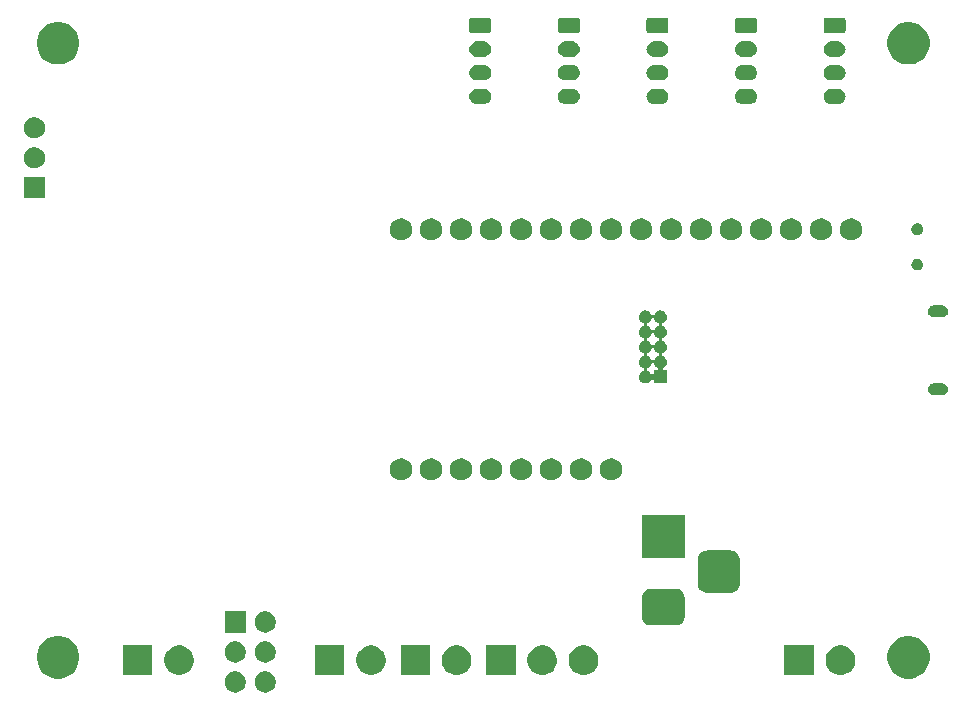
<source format=gbr>
G04 #@! TF.GenerationSoftware,KiCad,Pcbnew,5.1.5-1.fc31*
G04 #@! TF.CreationDate,2020-07-10T22:42:19+07:00*
G04 #@! TF.ProjectId,MP_SamBaseBoard_V1,4d505f53-616d-4426-9173-65426f617264,rev?*
G04 #@! TF.SameCoordinates,Original*
G04 #@! TF.FileFunction,Soldermask,Bot*
G04 #@! TF.FilePolarity,Negative*
%FSLAX45Y45*%
G04 Gerber Fmt 4.5, Leading zero omitted, Abs format (unit mm)*
G04 Created by KiCad (PCBNEW 5.1.5-1.fc31) date 2020-07-10 22:42:19*
%MOMM*%
%LPD*%
G04 APERTURE LIST*
%ADD10C,0.100000*%
G04 APERTURE END LIST*
D10*
G36*
X14665351Y-12968393D02*
G01*
X14680281Y-12971362D01*
X14696678Y-12978154D01*
X14711435Y-12988015D01*
X14723985Y-13000565D01*
X14733846Y-13015322D01*
X14740638Y-13031719D01*
X14744100Y-13049126D01*
X14744100Y-13066874D01*
X14740638Y-13084281D01*
X14733846Y-13100678D01*
X14723985Y-13115435D01*
X14711435Y-13127985D01*
X14696678Y-13137846D01*
X14680281Y-13144638D01*
X14665351Y-13147607D01*
X14662874Y-13148100D01*
X14645126Y-13148100D01*
X14642649Y-13147607D01*
X14627719Y-13144638D01*
X14611322Y-13137846D01*
X14596565Y-13127985D01*
X14584015Y-13115435D01*
X14574154Y-13100678D01*
X14567362Y-13084281D01*
X14563900Y-13066874D01*
X14563900Y-13049126D01*
X14567362Y-13031719D01*
X14574154Y-13015322D01*
X14584015Y-13000565D01*
X14596565Y-12988015D01*
X14611322Y-12978154D01*
X14627719Y-12971362D01*
X14642649Y-12968393D01*
X14645126Y-12967900D01*
X14662874Y-12967900D01*
X14665351Y-12968393D01*
G37*
G36*
X14411351Y-12968393D02*
G01*
X14426281Y-12971362D01*
X14442678Y-12978154D01*
X14457435Y-12988015D01*
X14469985Y-13000565D01*
X14479846Y-13015322D01*
X14486638Y-13031719D01*
X14490100Y-13049126D01*
X14490100Y-13066874D01*
X14486638Y-13084281D01*
X14479846Y-13100678D01*
X14469985Y-13115435D01*
X14457435Y-13127985D01*
X14442678Y-13137846D01*
X14426281Y-13144638D01*
X14411351Y-13147607D01*
X14408874Y-13148100D01*
X14391126Y-13148100D01*
X14388649Y-13147607D01*
X14373719Y-13144638D01*
X14357322Y-13137846D01*
X14342565Y-13127985D01*
X14330015Y-13115435D01*
X14320154Y-13100678D01*
X14313362Y-13084281D01*
X14309900Y-13066874D01*
X14309900Y-13049126D01*
X14313362Y-13031719D01*
X14320154Y-13015322D01*
X14330015Y-13000565D01*
X14342565Y-12988015D01*
X14357322Y-12978154D01*
X14373719Y-12971362D01*
X14388649Y-12968393D01*
X14391126Y-12967900D01*
X14408874Y-12967900D01*
X14411351Y-12968393D01*
G37*
G36*
X12952533Y-12676821D02*
G01*
X12985309Y-12690397D01*
X13014807Y-12710107D01*
X13039893Y-12735193D01*
X13059603Y-12764691D01*
X13073179Y-12797467D01*
X13080100Y-12832262D01*
X13080100Y-12867738D01*
X13073179Y-12902533D01*
X13059603Y-12935309D01*
X13039893Y-12964807D01*
X13014807Y-12989893D01*
X12985309Y-13009603D01*
X12952533Y-13023179D01*
X12917738Y-13030100D01*
X12882262Y-13030100D01*
X12847467Y-13023179D01*
X12814691Y-13009603D01*
X12785193Y-12989893D01*
X12760107Y-12964807D01*
X12740397Y-12935309D01*
X12726821Y-12902533D01*
X12719900Y-12867738D01*
X12719900Y-12832262D01*
X12726821Y-12797467D01*
X12740397Y-12764691D01*
X12760107Y-12735193D01*
X12785193Y-12710107D01*
X12814691Y-12690397D01*
X12847467Y-12676821D01*
X12882262Y-12669900D01*
X12917738Y-12669900D01*
X12952533Y-12676821D01*
G37*
G36*
X20152533Y-12676821D02*
G01*
X20185309Y-12690397D01*
X20214807Y-12710107D01*
X20239893Y-12735193D01*
X20259603Y-12764691D01*
X20273179Y-12797467D01*
X20280100Y-12832262D01*
X20280100Y-12867738D01*
X20273179Y-12902533D01*
X20259603Y-12935309D01*
X20239893Y-12964807D01*
X20214807Y-12989893D01*
X20185309Y-13009603D01*
X20152533Y-13023179D01*
X20117738Y-13030100D01*
X20082262Y-13030100D01*
X20047467Y-13023179D01*
X20014691Y-13009603D01*
X19985193Y-12989893D01*
X19960107Y-12964807D01*
X19940397Y-12935309D01*
X19926821Y-12902533D01*
X19919900Y-12867738D01*
X19919900Y-12832262D01*
X19926821Y-12797467D01*
X19940397Y-12764691D01*
X19960107Y-12735193D01*
X19985193Y-12710107D01*
X20014691Y-12690397D01*
X20047467Y-12676821D01*
X20082262Y-12669900D01*
X20117738Y-12669900D01*
X20152533Y-12676821D01*
G37*
G36*
X19561490Y-12754707D02*
G01*
X19584257Y-12764138D01*
X19604747Y-12777828D01*
X19622172Y-12795253D01*
X19623651Y-12797467D01*
X19635862Y-12815743D01*
X19645293Y-12838510D01*
X19650100Y-12862679D01*
X19650100Y-12887321D01*
X19647074Y-12902533D01*
X19645293Y-12911490D01*
X19635862Y-12934257D01*
X19622172Y-12954747D01*
X19604747Y-12972171D01*
X19584257Y-12985862D01*
X19584257Y-12985862D01*
X19584257Y-12985862D01*
X19561490Y-12995292D01*
X19537321Y-13000100D01*
X19512679Y-13000100D01*
X19488510Y-12995292D01*
X19465743Y-12985862D01*
X19465743Y-12985862D01*
X19465743Y-12985862D01*
X19445253Y-12972171D01*
X19427829Y-12954747D01*
X19414138Y-12934257D01*
X19404708Y-12911490D01*
X19402926Y-12902533D01*
X19399900Y-12887321D01*
X19399900Y-12862679D01*
X19404708Y-12838510D01*
X19414138Y-12815743D01*
X19426350Y-12797467D01*
X19427829Y-12795253D01*
X19445253Y-12777828D01*
X19465743Y-12764138D01*
X19488510Y-12754707D01*
X19512679Y-12749900D01*
X19537321Y-12749900D01*
X19561490Y-12754707D01*
G37*
G36*
X16775100Y-13000100D02*
G01*
X16524900Y-13000100D01*
X16524900Y-12749900D01*
X16775100Y-12749900D01*
X16775100Y-13000100D01*
G37*
G36*
X19300100Y-13000100D02*
G01*
X19049900Y-13000100D01*
X19049900Y-12749900D01*
X19300100Y-12749900D01*
X19300100Y-13000100D01*
G37*
G36*
X13961490Y-12754707D02*
G01*
X13984257Y-12764138D01*
X14004747Y-12777828D01*
X14022171Y-12795253D01*
X14023650Y-12797467D01*
X14035862Y-12815743D01*
X14045292Y-12838510D01*
X14050100Y-12862679D01*
X14050100Y-12887321D01*
X14047074Y-12902533D01*
X14045292Y-12911490D01*
X14035862Y-12934257D01*
X14022171Y-12954747D01*
X14004747Y-12972171D01*
X13984257Y-12985862D01*
X13984257Y-12985862D01*
X13984257Y-12985862D01*
X13961490Y-12995292D01*
X13937321Y-13000100D01*
X13912679Y-13000100D01*
X13888510Y-12995292D01*
X13865743Y-12985862D01*
X13865743Y-12985862D01*
X13865743Y-12985862D01*
X13845253Y-12972171D01*
X13827828Y-12954747D01*
X13814138Y-12934257D01*
X13804707Y-12911490D01*
X13802926Y-12902533D01*
X13799900Y-12887321D01*
X13799900Y-12862679D01*
X13804707Y-12838510D01*
X13814138Y-12815743D01*
X13826349Y-12797467D01*
X13827828Y-12795253D01*
X13845253Y-12777828D01*
X13865743Y-12764138D01*
X13888510Y-12754707D01*
X13912679Y-12749900D01*
X13937321Y-12749900D01*
X13961490Y-12754707D01*
G37*
G36*
X13700100Y-13000100D02*
G01*
X13449900Y-13000100D01*
X13449900Y-12749900D01*
X13700100Y-12749900D01*
X13700100Y-13000100D01*
G37*
G36*
X15325100Y-13000100D02*
G01*
X15074900Y-13000100D01*
X15074900Y-12749900D01*
X15325100Y-12749900D01*
X15325100Y-13000100D01*
G37*
G36*
X16311490Y-12754707D02*
G01*
X16334257Y-12764138D01*
X16354747Y-12777828D01*
X16372171Y-12795253D01*
X16373650Y-12797467D01*
X16385862Y-12815743D01*
X16395292Y-12838510D01*
X16400100Y-12862679D01*
X16400100Y-12887321D01*
X16397074Y-12902533D01*
X16395292Y-12911490D01*
X16385862Y-12934257D01*
X16372171Y-12954747D01*
X16354747Y-12972171D01*
X16334257Y-12985862D01*
X16334257Y-12985862D01*
X16334257Y-12985862D01*
X16311490Y-12995292D01*
X16287321Y-13000100D01*
X16262679Y-13000100D01*
X16238510Y-12995292D01*
X16215743Y-12985862D01*
X16215743Y-12985862D01*
X16215743Y-12985862D01*
X16195253Y-12972171D01*
X16177828Y-12954747D01*
X16164138Y-12934257D01*
X16154707Y-12911490D01*
X16152926Y-12902533D01*
X16149900Y-12887321D01*
X16149900Y-12862679D01*
X16154707Y-12838510D01*
X16164138Y-12815743D01*
X16176349Y-12797467D01*
X16177828Y-12795253D01*
X16195253Y-12777828D01*
X16215743Y-12764138D01*
X16238510Y-12754707D01*
X16262679Y-12749900D01*
X16287321Y-12749900D01*
X16311490Y-12754707D01*
G37*
G36*
X16050100Y-13000100D02*
G01*
X15799900Y-13000100D01*
X15799900Y-12749900D01*
X16050100Y-12749900D01*
X16050100Y-13000100D01*
G37*
G36*
X17386490Y-12754707D02*
G01*
X17409257Y-12764138D01*
X17429747Y-12777828D01*
X17447172Y-12795253D01*
X17448651Y-12797467D01*
X17460862Y-12815743D01*
X17470293Y-12838510D01*
X17475100Y-12862679D01*
X17475100Y-12887321D01*
X17472074Y-12902533D01*
X17470293Y-12911490D01*
X17460862Y-12934257D01*
X17447172Y-12954747D01*
X17429747Y-12972171D01*
X17409257Y-12985862D01*
X17409257Y-12985862D01*
X17409257Y-12985862D01*
X17386490Y-12995292D01*
X17362321Y-13000100D01*
X17337679Y-13000100D01*
X17313510Y-12995292D01*
X17290743Y-12985862D01*
X17290743Y-12985862D01*
X17290743Y-12985862D01*
X17270253Y-12972171D01*
X17252829Y-12954747D01*
X17239138Y-12934257D01*
X17229708Y-12911490D01*
X17227926Y-12902533D01*
X17224900Y-12887321D01*
X17224900Y-12862679D01*
X17229708Y-12838510D01*
X17239138Y-12815743D01*
X17251350Y-12797467D01*
X17252829Y-12795253D01*
X17270253Y-12777828D01*
X17290743Y-12764138D01*
X17313510Y-12754707D01*
X17337679Y-12749900D01*
X17362321Y-12749900D01*
X17386490Y-12754707D01*
G37*
G36*
X17036490Y-12754707D02*
G01*
X17059257Y-12764138D01*
X17079747Y-12777828D01*
X17097172Y-12795253D01*
X17098651Y-12797467D01*
X17110862Y-12815743D01*
X17120293Y-12838510D01*
X17125100Y-12862679D01*
X17125100Y-12887321D01*
X17122074Y-12902533D01*
X17120293Y-12911490D01*
X17110862Y-12934257D01*
X17097172Y-12954747D01*
X17079747Y-12972171D01*
X17059257Y-12985862D01*
X17059257Y-12985862D01*
X17059257Y-12985862D01*
X17036490Y-12995292D01*
X17012321Y-13000100D01*
X16987679Y-13000100D01*
X16963510Y-12995292D01*
X16940743Y-12985862D01*
X16940743Y-12985862D01*
X16940743Y-12985862D01*
X16920253Y-12972171D01*
X16902829Y-12954747D01*
X16889138Y-12934257D01*
X16879708Y-12911490D01*
X16877926Y-12902533D01*
X16874900Y-12887321D01*
X16874900Y-12862679D01*
X16879708Y-12838510D01*
X16889138Y-12815743D01*
X16901350Y-12797467D01*
X16902829Y-12795253D01*
X16920253Y-12777828D01*
X16940743Y-12764138D01*
X16963510Y-12754707D01*
X16987679Y-12749900D01*
X17012321Y-12749900D01*
X17036490Y-12754707D01*
G37*
G36*
X15586490Y-12754707D02*
G01*
X15609257Y-12764138D01*
X15629747Y-12777828D01*
X15647171Y-12795253D01*
X15648650Y-12797467D01*
X15660862Y-12815743D01*
X15670292Y-12838510D01*
X15675100Y-12862679D01*
X15675100Y-12887321D01*
X15672074Y-12902533D01*
X15670292Y-12911490D01*
X15660862Y-12934257D01*
X15647171Y-12954747D01*
X15629747Y-12972171D01*
X15609257Y-12985862D01*
X15609257Y-12985862D01*
X15609257Y-12985862D01*
X15586490Y-12995292D01*
X15562321Y-13000100D01*
X15537679Y-13000100D01*
X15513510Y-12995292D01*
X15490743Y-12985862D01*
X15490743Y-12985862D01*
X15490743Y-12985862D01*
X15470253Y-12972171D01*
X15452828Y-12954747D01*
X15439138Y-12934257D01*
X15429707Y-12911490D01*
X15427926Y-12902533D01*
X15424900Y-12887321D01*
X15424900Y-12862679D01*
X15429707Y-12838510D01*
X15439138Y-12815743D01*
X15451349Y-12797467D01*
X15452828Y-12795253D01*
X15470253Y-12777828D01*
X15490743Y-12764138D01*
X15513510Y-12754707D01*
X15537679Y-12749900D01*
X15562321Y-12749900D01*
X15586490Y-12754707D01*
G37*
G36*
X14411351Y-12714393D02*
G01*
X14426281Y-12717362D01*
X14442678Y-12724154D01*
X14457435Y-12734015D01*
X14469985Y-12746565D01*
X14479846Y-12761322D01*
X14486638Y-12777719D01*
X14490100Y-12795126D01*
X14490100Y-12812874D01*
X14486638Y-12830281D01*
X14479846Y-12846678D01*
X14469985Y-12861435D01*
X14457435Y-12873985D01*
X14442678Y-12883846D01*
X14426281Y-12890638D01*
X14411351Y-12893607D01*
X14408874Y-12894100D01*
X14391126Y-12894100D01*
X14388649Y-12893607D01*
X14373719Y-12890638D01*
X14357322Y-12883846D01*
X14342565Y-12873985D01*
X14330015Y-12861435D01*
X14320154Y-12846678D01*
X14313362Y-12830281D01*
X14309900Y-12812874D01*
X14309900Y-12795126D01*
X14313362Y-12777719D01*
X14320154Y-12761322D01*
X14330015Y-12746565D01*
X14342565Y-12734015D01*
X14357322Y-12724154D01*
X14373719Y-12717362D01*
X14388649Y-12714393D01*
X14391126Y-12713900D01*
X14408874Y-12713900D01*
X14411351Y-12714393D01*
G37*
G36*
X14665351Y-12714393D02*
G01*
X14680281Y-12717362D01*
X14696678Y-12724154D01*
X14711435Y-12734015D01*
X14723985Y-12746565D01*
X14733846Y-12761322D01*
X14740638Y-12777719D01*
X14744100Y-12795126D01*
X14744100Y-12812874D01*
X14740638Y-12830281D01*
X14733846Y-12846678D01*
X14723985Y-12861435D01*
X14711435Y-12873985D01*
X14696678Y-12883846D01*
X14680281Y-12890638D01*
X14665351Y-12893607D01*
X14662874Y-12894100D01*
X14645126Y-12894100D01*
X14642649Y-12893607D01*
X14627719Y-12890638D01*
X14611322Y-12883846D01*
X14596565Y-12873985D01*
X14584015Y-12861435D01*
X14574154Y-12846678D01*
X14567362Y-12830281D01*
X14563900Y-12812874D01*
X14563900Y-12795126D01*
X14567362Y-12777719D01*
X14574154Y-12761322D01*
X14584015Y-12746565D01*
X14596565Y-12734015D01*
X14611322Y-12724154D01*
X14627719Y-12717362D01*
X14642649Y-12714393D01*
X14645126Y-12713900D01*
X14662874Y-12713900D01*
X14665351Y-12714393D01*
G37*
G36*
X14490100Y-12640100D02*
G01*
X14309900Y-12640100D01*
X14309900Y-12459900D01*
X14490100Y-12459900D01*
X14490100Y-12640100D01*
G37*
G36*
X14665351Y-12460393D02*
G01*
X14680281Y-12463362D01*
X14696678Y-12470154D01*
X14711435Y-12480015D01*
X14723985Y-12492565D01*
X14733846Y-12507322D01*
X14740638Y-12523719D01*
X14743607Y-12538649D01*
X14744100Y-12541126D01*
X14744100Y-12558874D01*
X14743607Y-12561351D01*
X14740638Y-12576281D01*
X14733846Y-12592678D01*
X14723985Y-12607435D01*
X14711435Y-12619985D01*
X14696678Y-12629846D01*
X14680281Y-12636638D01*
X14665351Y-12639607D01*
X14662874Y-12640100D01*
X14645126Y-12640100D01*
X14642649Y-12639607D01*
X14627719Y-12636638D01*
X14611322Y-12629846D01*
X14596565Y-12619985D01*
X14584015Y-12607435D01*
X14574154Y-12592678D01*
X14567362Y-12576281D01*
X14564393Y-12561351D01*
X14563900Y-12558874D01*
X14563900Y-12541126D01*
X14564393Y-12538649D01*
X14567362Y-12523719D01*
X14574154Y-12507322D01*
X14584015Y-12492565D01*
X14596565Y-12480015D01*
X14611322Y-12470154D01*
X14627719Y-12463362D01*
X14642649Y-12460393D01*
X14645126Y-12459900D01*
X14662874Y-12459900D01*
X14665351Y-12460393D01*
G37*
G36*
X18147698Y-12271329D02*
G01*
X18161063Y-12275383D01*
X18173378Y-12281966D01*
X18184174Y-12290826D01*
X18193034Y-12301622D01*
X18199617Y-12313937D01*
X18203671Y-12327302D01*
X18205100Y-12341814D01*
X18205100Y-12508186D01*
X18203671Y-12522698D01*
X18199617Y-12536062D01*
X18193034Y-12548378D01*
X18184174Y-12559174D01*
X18173378Y-12568034D01*
X18161063Y-12574617D01*
X18147698Y-12578671D01*
X18133186Y-12580100D01*
X17916814Y-12580100D01*
X17902302Y-12578671D01*
X17888938Y-12574617D01*
X17876622Y-12568034D01*
X17865826Y-12559174D01*
X17856966Y-12548378D01*
X17850383Y-12536062D01*
X17846329Y-12522698D01*
X17844900Y-12508186D01*
X17844900Y-12341814D01*
X17846329Y-12327302D01*
X17850383Y-12313937D01*
X17856966Y-12301622D01*
X17865826Y-12290826D01*
X17876622Y-12281966D01*
X17888938Y-12275383D01*
X17902302Y-12271329D01*
X17916814Y-12269900D01*
X18133186Y-12269900D01*
X18147698Y-12271329D01*
G37*
G36*
X18607637Y-11946569D02*
G01*
X18623346Y-11951335D01*
X18637823Y-11959073D01*
X18650513Y-11969487D01*
X18660927Y-11982177D01*
X18668665Y-11996654D01*
X18673431Y-12012363D01*
X18675100Y-12029314D01*
X18675100Y-12220686D01*
X18673431Y-12237637D01*
X18668665Y-12253346D01*
X18660927Y-12267823D01*
X18650513Y-12280513D01*
X18637823Y-12290927D01*
X18623346Y-12298665D01*
X18607637Y-12303430D01*
X18590686Y-12305100D01*
X18399314Y-12305100D01*
X18382363Y-12303430D01*
X18366654Y-12298665D01*
X18352177Y-12290927D01*
X18339487Y-12280513D01*
X18329073Y-12267823D01*
X18321335Y-12253346D01*
X18316570Y-12237637D01*
X18314900Y-12220686D01*
X18314900Y-12029314D01*
X18316570Y-12012363D01*
X18321335Y-11996654D01*
X18329073Y-11982177D01*
X18339487Y-11969487D01*
X18352177Y-11959073D01*
X18366654Y-11951335D01*
X18382363Y-11946569D01*
X18399314Y-11944900D01*
X18590686Y-11944900D01*
X18607637Y-11946569D01*
G37*
G36*
X18205100Y-12005100D02*
G01*
X17844900Y-12005100D01*
X17844900Y-11644900D01*
X18205100Y-11644900D01*
X18205100Y-12005100D01*
G37*
G36*
X16080361Y-11167428D02*
G01*
X16086413Y-11168632D01*
X16103516Y-11175716D01*
X16118909Y-11186001D01*
X16131999Y-11199091D01*
X16142284Y-11214484D01*
X16149368Y-11231587D01*
X16152980Y-11249744D01*
X16152980Y-11268256D01*
X16149368Y-11286413D01*
X16142284Y-11303516D01*
X16131999Y-11318909D01*
X16118909Y-11331999D01*
X16103516Y-11342284D01*
X16086413Y-11349368D01*
X16080361Y-11350572D01*
X16068256Y-11352980D01*
X16049744Y-11352980D01*
X16037639Y-11350572D01*
X16031587Y-11349368D01*
X16014484Y-11342284D01*
X15999091Y-11331999D01*
X15986001Y-11318909D01*
X15975716Y-11303516D01*
X15968632Y-11286413D01*
X15965020Y-11268256D01*
X15965020Y-11249744D01*
X15968632Y-11231587D01*
X15975716Y-11214484D01*
X15986001Y-11199091D01*
X15999091Y-11186001D01*
X16014484Y-11175716D01*
X16031587Y-11168632D01*
X16037639Y-11167428D01*
X16049744Y-11165020D01*
X16068256Y-11165020D01*
X16080361Y-11167428D01*
G37*
G36*
X17604361Y-11167428D02*
G01*
X17610413Y-11168632D01*
X17627516Y-11175716D01*
X17642909Y-11186001D01*
X17655999Y-11199091D01*
X17666284Y-11214484D01*
X17673368Y-11231587D01*
X17676980Y-11249744D01*
X17676980Y-11268256D01*
X17673368Y-11286413D01*
X17666284Y-11303516D01*
X17655999Y-11318909D01*
X17642909Y-11331999D01*
X17627516Y-11342284D01*
X17610413Y-11349368D01*
X17604361Y-11350572D01*
X17592256Y-11352980D01*
X17573744Y-11352980D01*
X17561639Y-11350572D01*
X17555587Y-11349368D01*
X17538484Y-11342284D01*
X17523091Y-11331999D01*
X17510001Y-11318909D01*
X17499716Y-11303516D01*
X17492632Y-11286413D01*
X17489020Y-11268256D01*
X17489020Y-11249744D01*
X17492632Y-11231587D01*
X17499716Y-11214484D01*
X17510001Y-11199091D01*
X17523091Y-11186001D01*
X17538484Y-11175716D01*
X17555587Y-11168632D01*
X17561639Y-11167428D01*
X17573744Y-11165020D01*
X17592256Y-11165020D01*
X17604361Y-11167428D01*
G37*
G36*
X17096361Y-11167428D02*
G01*
X17102413Y-11168632D01*
X17119516Y-11175716D01*
X17134909Y-11186001D01*
X17147999Y-11199091D01*
X17158284Y-11214484D01*
X17165368Y-11231587D01*
X17168980Y-11249744D01*
X17168980Y-11268256D01*
X17165368Y-11286413D01*
X17158284Y-11303516D01*
X17147999Y-11318909D01*
X17134909Y-11331999D01*
X17119516Y-11342284D01*
X17102413Y-11349368D01*
X17096361Y-11350572D01*
X17084256Y-11352980D01*
X17065744Y-11352980D01*
X17053639Y-11350572D01*
X17047587Y-11349368D01*
X17030484Y-11342284D01*
X17015091Y-11331999D01*
X17002001Y-11318909D01*
X16991716Y-11303516D01*
X16984632Y-11286413D01*
X16981020Y-11268256D01*
X16981020Y-11249744D01*
X16984632Y-11231587D01*
X16991716Y-11214484D01*
X17002001Y-11199091D01*
X17015091Y-11186001D01*
X17030484Y-11175716D01*
X17047587Y-11168632D01*
X17053639Y-11167428D01*
X17065744Y-11165020D01*
X17084256Y-11165020D01*
X17096361Y-11167428D01*
G37*
G36*
X16842361Y-11167428D02*
G01*
X16848413Y-11168632D01*
X16865516Y-11175716D01*
X16880909Y-11186001D01*
X16893999Y-11199091D01*
X16904284Y-11214484D01*
X16911368Y-11231587D01*
X16914980Y-11249744D01*
X16914980Y-11268256D01*
X16911368Y-11286413D01*
X16904284Y-11303516D01*
X16893999Y-11318909D01*
X16880909Y-11331999D01*
X16865516Y-11342284D01*
X16848413Y-11349368D01*
X16842361Y-11350572D01*
X16830256Y-11352980D01*
X16811744Y-11352980D01*
X16799639Y-11350572D01*
X16793587Y-11349368D01*
X16776484Y-11342284D01*
X16761091Y-11331999D01*
X16748001Y-11318909D01*
X16737716Y-11303516D01*
X16730632Y-11286413D01*
X16727020Y-11268256D01*
X16727020Y-11249744D01*
X16730632Y-11231587D01*
X16737716Y-11214484D01*
X16748001Y-11199091D01*
X16761091Y-11186001D01*
X16776484Y-11175716D01*
X16793587Y-11168632D01*
X16799639Y-11167428D01*
X16811744Y-11165020D01*
X16830256Y-11165020D01*
X16842361Y-11167428D01*
G37*
G36*
X16334361Y-11167428D02*
G01*
X16340413Y-11168632D01*
X16357516Y-11175716D01*
X16372909Y-11186001D01*
X16385999Y-11199091D01*
X16396284Y-11214484D01*
X16403368Y-11231587D01*
X16406980Y-11249744D01*
X16406980Y-11268256D01*
X16403368Y-11286413D01*
X16396284Y-11303516D01*
X16385999Y-11318909D01*
X16372909Y-11331999D01*
X16357516Y-11342284D01*
X16340413Y-11349368D01*
X16334361Y-11350572D01*
X16322256Y-11352980D01*
X16303744Y-11352980D01*
X16291639Y-11350572D01*
X16285587Y-11349368D01*
X16268484Y-11342284D01*
X16253091Y-11331999D01*
X16240001Y-11318909D01*
X16229716Y-11303516D01*
X16222632Y-11286413D01*
X16219020Y-11268256D01*
X16219020Y-11249744D01*
X16222632Y-11231587D01*
X16229716Y-11214484D01*
X16240001Y-11199091D01*
X16253091Y-11186001D01*
X16268484Y-11175716D01*
X16285587Y-11168632D01*
X16291639Y-11167428D01*
X16303744Y-11165020D01*
X16322256Y-11165020D01*
X16334361Y-11167428D01*
G37*
G36*
X15826361Y-11167428D02*
G01*
X15832413Y-11168632D01*
X15849516Y-11175716D01*
X15864909Y-11186001D01*
X15877999Y-11199091D01*
X15888284Y-11214484D01*
X15895368Y-11231587D01*
X15898980Y-11249744D01*
X15898980Y-11268256D01*
X15895368Y-11286413D01*
X15888284Y-11303516D01*
X15877999Y-11318909D01*
X15864909Y-11331999D01*
X15849516Y-11342284D01*
X15832413Y-11349368D01*
X15826361Y-11350572D01*
X15814256Y-11352980D01*
X15795744Y-11352980D01*
X15783639Y-11350572D01*
X15777587Y-11349368D01*
X15760484Y-11342284D01*
X15745091Y-11331999D01*
X15732001Y-11318909D01*
X15721716Y-11303516D01*
X15714632Y-11286413D01*
X15711020Y-11268256D01*
X15711020Y-11249744D01*
X15714632Y-11231587D01*
X15721716Y-11214484D01*
X15732001Y-11199091D01*
X15745091Y-11186001D01*
X15760484Y-11175716D01*
X15777587Y-11168632D01*
X15783639Y-11167428D01*
X15795744Y-11165020D01*
X15814256Y-11165020D01*
X15826361Y-11167428D01*
G37*
G36*
X17350361Y-11167428D02*
G01*
X17356413Y-11168632D01*
X17373516Y-11175716D01*
X17388909Y-11186001D01*
X17401999Y-11199091D01*
X17412284Y-11214484D01*
X17419368Y-11231587D01*
X17422980Y-11249744D01*
X17422980Y-11268256D01*
X17419368Y-11286413D01*
X17412284Y-11303516D01*
X17401999Y-11318909D01*
X17388909Y-11331999D01*
X17373516Y-11342284D01*
X17356413Y-11349368D01*
X17350361Y-11350572D01*
X17338256Y-11352980D01*
X17319744Y-11352980D01*
X17307639Y-11350572D01*
X17301587Y-11349368D01*
X17284484Y-11342284D01*
X17269091Y-11331999D01*
X17256001Y-11318909D01*
X17245716Y-11303516D01*
X17238632Y-11286413D01*
X17235020Y-11268256D01*
X17235020Y-11249744D01*
X17238632Y-11231587D01*
X17245716Y-11214484D01*
X17256001Y-11199091D01*
X17269091Y-11186001D01*
X17284484Y-11175716D01*
X17301587Y-11168632D01*
X17307639Y-11167428D01*
X17319744Y-11165020D01*
X17338256Y-11165020D01*
X17350361Y-11167428D01*
G37*
G36*
X16588361Y-11167428D02*
G01*
X16594413Y-11168632D01*
X16611516Y-11175716D01*
X16626909Y-11186001D01*
X16639999Y-11199091D01*
X16650284Y-11214484D01*
X16657368Y-11231587D01*
X16660980Y-11249744D01*
X16660980Y-11268256D01*
X16657368Y-11286413D01*
X16650284Y-11303516D01*
X16639999Y-11318909D01*
X16626909Y-11331999D01*
X16611516Y-11342284D01*
X16594413Y-11349368D01*
X16588361Y-11350572D01*
X16576256Y-11352980D01*
X16557744Y-11352980D01*
X16545639Y-11350572D01*
X16539587Y-11349368D01*
X16522484Y-11342284D01*
X16507091Y-11331999D01*
X16494001Y-11318909D01*
X16483716Y-11303516D01*
X16476632Y-11286413D01*
X16473020Y-11268256D01*
X16473020Y-11249744D01*
X16476632Y-11231587D01*
X16483716Y-11214484D01*
X16494001Y-11199091D01*
X16507091Y-11186001D01*
X16522484Y-11175716D01*
X16539587Y-11168632D01*
X16545639Y-11167428D01*
X16557744Y-11165020D01*
X16576256Y-11165020D01*
X16588361Y-11167428D01*
G37*
G36*
X20394821Y-10530625D02*
G01*
X20404265Y-10533490D01*
X20412969Y-10538142D01*
X20420598Y-10544403D01*
X20426858Y-10552031D01*
X20431510Y-10560735D01*
X20434375Y-10570179D01*
X20435342Y-10580000D01*
X20434375Y-10589821D01*
X20431510Y-10599265D01*
X20426858Y-10607969D01*
X20420598Y-10615598D01*
X20412969Y-10621858D01*
X20404265Y-10626510D01*
X20394821Y-10629375D01*
X20387461Y-10630100D01*
X20312539Y-10630100D01*
X20305179Y-10629375D01*
X20295735Y-10626510D01*
X20287031Y-10621858D01*
X20279403Y-10615598D01*
X20273142Y-10607969D01*
X20268490Y-10599265D01*
X20265625Y-10589821D01*
X20264658Y-10580000D01*
X20265625Y-10570179D01*
X20268490Y-10560735D01*
X20273142Y-10552031D01*
X20279403Y-10544403D01*
X20287031Y-10538142D01*
X20295735Y-10533490D01*
X20305179Y-10530625D01*
X20312539Y-10529900D01*
X20387461Y-10529900D01*
X20394821Y-10530625D01*
G37*
G36*
X17889072Y-9914017D02*
G01*
X17899100Y-9918171D01*
X17899100Y-9918171D01*
X17908124Y-9924201D01*
X17915799Y-9931876D01*
X17915799Y-9931876D01*
X17921829Y-9940901D01*
X17924952Y-9948439D01*
X17926107Y-9950600D01*
X17927661Y-9952494D01*
X17929555Y-9954049D01*
X17931717Y-9955204D01*
X17934061Y-9955915D01*
X17936500Y-9956155D01*
X17938939Y-9955915D01*
X17941284Y-9955204D01*
X17943445Y-9954049D01*
X17945339Y-9952494D01*
X17946893Y-9950600D01*
X17948048Y-9948439D01*
X17951171Y-9940901D01*
X17957201Y-9931876D01*
X17957201Y-9931876D01*
X17964876Y-9924201D01*
X17973900Y-9918171D01*
X17973901Y-9918171D01*
X17983928Y-9914017D01*
X17994573Y-9911900D01*
X18005427Y-9911900D01*
X18016072Y-9914017D01*
X18026100Y-9918171D01*
X18026100Y-9918171D01*
X18035124Y-9924201D01*
X18042799Y-9931876D01*
X18042799Y-9931876D01*
X18048829Y-9940901D01*
X18052983Y-9950928D01*
X18055100Y-9961573D01*
X18055100Y-9972427D01*
X18052983Y-9983072D01*
X18048829Y-9993100D01*
X18048829Y-9993100D01*
X18042799Y-10002124D01*
X18035124Y-10009799D01*
X18030581Y-10012835D01*
X18026100Y-10015829D01*
X18018561Y-10018952D01*
X18016400Y-10020107D01*
X18014506Y-10021661D01*
X18012951Y-10023555D01*
X18011796Y-10025717D01*
X18011085Y-10028061D01*
X18010845Y-10030500D01*
X18011085Y-10032939D01*
X18011796Y-10035284D01*
X18012951Y-10037445D01*
X18014506Y-10039339D01*
X18016400Y-10040893D01*
X18018561Y-10042048D01*
X18026100Y-10045171D01*
X18026100Y-10045171D01*
X18035124Y-10051201D01*
X18042799Y-10058876D01*
X18042799Y-10058876D01*
X18048829Y-10067901D01*
X18052983Y-10077928D01*
X18055100Y-10088573D01*
X18055100Y-10099427D01*
X18052983Y-10110072D01*
X18048829Y-10120100D01*
X18048829Y-10120100D01*
X18042799Y-10129124D01*
X18035124Y-10136799D01*
X18030581Y-10139835D01*
X18026100Y-10142829D01*
X18018561Y-10145952D01*
X18016400Y-10147107D01*
X18014506Y-10148661D01*
X18012951Y-10150555D01*
X18011796Y-10152717D01*
X18011085Y-10155061D01*
X18010845Y-10157500D01*
X18011085Y-10159939D01*
X18011796Y-10162284D01*
X18012951Y-10164445D01*
X18014506Y-10166339D01*
X18016400Y-10167893D01*
X18018561Y-10169048D01*
X18026100Y-10172171D01*
X18026100Y-10172171D01*
X18035124Y-10178201D01*
X18042799Y-10185876D01*
X18042799Y-10185876D01*
X18048829Y-10194901D01*
X18052983Y-10204928D01*
X18055100Y-10215573D01*
X18055100Y-10226427D01*
X18052983Y-10237072D01*
X18048829Y-10247100D01*
X18048829Y-10247100D01*
X18042799Y-10256124D01*
X18035124Y-10263799D01*
X18030581Y-10266835D01*
X18026100Y-10269829D01*
X18018561Y-10272952D01*
X18016400Y-10274107D01*
X18014506Y-10275661D01*
X18012951Y-10277555D01*
X18011796Y-10279717D01*
X18011085Y-10282061D01*
X18010845Y-10284500D01*
X18011085Y-10286939D01*
X18011796Y-10289284D01*
X18012951Y-10291445D01*
X18014506Y-10293339D01*
X18016400Y-10294893D01*
X18018561Y-10296048D01*
X18026100Y-10299171D01*
X18026100Y-10299171D01*
X18035124Y-10305201D01*
X18042799Y-10312876D01*
X18042799Y-10312876D01*
X18048829Y-10321901D01*
X18052983Y-10331928D01*
X18055100Y-10342573D01*
X18055100Y-10353427D01*
X18052983Y-10364072D01*
X18048829Y-10374100D01*
X18048829Y-10374100D01*
X18042799Y-10383124D01*
X18035124Y-10390799D01*
X18031982Y-10392899D01*
X18025834Y-10397007D01*
X18023939Y-10398561D01*
X18022385Y-10400456D01*
X18021230Y-10402617D01*
X18020519Y-10404962D01*
X18020278Y-10407400D01*
X18020519Y-10409839D01*
X18021230Y-10412184D01*
X18022385Y-10414345D01*
X18023940Y-10416239D01*
X18025834Y-10417793D01*
X18027995Y-10418949D01*
X18030340Y-10419660D01*
X18032778Y-10419900D01*
X18055100Y-10419900D01*
X18055100Y-10530100D01*
X17944900Y-10530100D01*
X17944900Y-10507778D01*
X17944660Y-10505340D01*
X17943949Y-10502995D01*
X17942793Y-10500834D01*
X17941239Y-10498939D01*
X17939345Y-10497385D01*
X17937184Y-10496230D01*
X17934839Y-10495519D01*
X17932400Y-10495278D01*
X17929962Y-10495519D01*
X17927617Y-10496230D01*
X17925456Y-10497385D01*
X17923561Y-10498939D01*
X17922007Y-10500834D01*
X17917899Y-10506982D01*
X17915799Y-10510124D01*
X17908124Y-10517799D01*
X17903581Y-10520835D01*
X17899100Y-10523829D01*
X17889072Y-10527983D01*
X17878427Y-10530100D01*
X17867573Y-10530100D01*
X17856928Y-10527983D01*
X17846901Y-10523829D01*
X17842419Y-10520835D01*
X17837876Y-10517799D01*
X17830201Y-10510124D01*
X17827004Y-10505340D01*
X17824171Y-10501100D01*
X17820017Y-10491072D01*
X17817900Y-10480427D01*
X17817900Y-10469573D01*
X17820017Y-10458928D01*
X17824171Y-10448901D01*
X17830201Y-10439876D01*
X17830201Y-10439876D01*
X17837876Y-10432201D01*
X17846900Y-10426171D01*
X17846901Y-10426171D01*
X17854439Y-10423048D01*
X17856600Y-10421893D01*
X17858494Y-10420339D01*
X17860049Y-10418445D01*
X17861204Y-10416284D01*
X17861915Y-10413939D01*
X17862155Y-10411500D01*
X17883845Y-10411500D01*
X17884085Y-10413939D01*
X17884796Y-10416284D01*
X17885951Y-10418445D01*
X17887506Y-10420339D01*
X17889400Y-10421893D01*
X17891561Y-10423048D01*
X17899100Y-10426171D01*
X17899100Y-10426171D01*
X17908124Y-10432201D01*
X17915799Y-10439876D01*
X17915799Y-10439876D01*
X17922007Y-10449166D01*
X17923561Y-10451061D01*
X17925456Y-10452615D01*
X17927617Y-10453770D01*
X17929962Y-10454482D01*
X17932400Y-10454722D01*
X17934839Y-10454482D01*
X17937184Y-10453770D01*
X17939345Y-10452615D01*
X17941239Y-10451061D01*
X17942793Y-10449166D01*
X17943949Y-10447005D01*
X17944660Y-10444660D01*
X17944900Y-10442222D01*
X17944900Y-10419900D01*
X17967222Y-10419900D01*
X17969660Y-10419660D01*
X17972005Y-10418949D01*
X17974166Y-10417793D01*
X17976061Y-10416239D01*
X17977615Y-10414345D01*
X17978770Y-10412184D01*
X17979482Y-10409839D01*
X17979722Y-10407400D01*
X17979482Y-10404962D01*
X17978770Y-10402617D01*
X17977615Y-10400456D01*
X17976061Y-10398561D01*
X17974166Y-10397007D01*
X17968018Y-10392899D01*
X17964876Y-10390799D01*
X17957201Y-10383124D01*
X17951171Y-10374100D01*
X17951171Y-10374100D01*
X17948048Y-10366561D01*
X17946893Y-10364400D01*
X17945339Y-10362506D01*
X17943445Y-10360951D01*
X17941284Y-10359796D01*
X17938939Y-10359085D01*
X17936500Y-10358845D01*
X17934061Y-10359085D01*
X17931717Y-10359796D01*
X17929555Y-10360951D01*
X17927661Y-10362506D01*
X17926107Y-10364400D01*
X17924952Y-10366561D01*
X17921829Y-10374100D01*
X17921829Y-10374100D01*
X17915799Y-10383124D01*
X17908124Y-10390799D01*
X17903581Y-10393835D01*
X17899100Y-10396829D01*
X17891561Y-10399952D01*
X17889400Y-10401107D01*
X17887506Y-10402661D01*
X17885951Y-10404555D01*
X17884796Y-10406717D01*
X17884085Y-10409061D01*
X17883845Y-10411500D01*
X17862155Y-10411500D01*
X17861915Y-10409061D01*
X17861204Y-10406717D01*
X17860049Y-10404555D01*
X17858494Y-10402661D01*
X17856600Y-10401107D01*
X17854439Y-10399952D01*
X17846901Y-10396829D01*
X17842419Y-10393835D01*
X17837876Y-10390799D01*
X17830201Y-10383124D01*
X17824171Y-10374100D01*
X17824171Y-10374100D01*
X17820017Y-10364072D01*
X17817900Y-10353427D01*
X17817900Y-10342573D01*
X17820017Y-10331928D01*
X17824171Y-10321901D01*
X17830201Y-10312876D01*
X17830201Y-10312876D01*
X17837876Y-10305201D01*
X17846900Y-10299171D01*
X17846901Y-10299171D01*
X17854439Y-10296048D01*
X17856600Y-10294893D01*
X17858494Y-10293339D01*
X17860049Y-10291445D01*
X17861204Y-10289284D01*
X17861915Y-10286939D01*
X17862155Y-10284500D01*
X17883845Y-10284500D01*
X17884085Y-10286939D01*
X17884796Y-10289284D01*
X17885951Y-10291445D01*
X17887506Y-10293339D01*
X17889400Y-10294893D01*
X17891561Y-10296048D01*
X17899100Y-10299171D01*
X17899100Y-10299171D01*
X17908124Y-10305201D01*
X17915799Y-10312876D01*
X17915799Y-10312876D01*
X17921829Y-10321901D01*
X17924952Y-10329439D01*
X17926107Y-10331600D01*
X17927661Y-10333494D01*
X17929555Y-10335049D01*
X17931717Y-10336204D01*
X17934061Y-10336915D01*
X17936500Y-10337155D01*
X17938939Y-10336915D01*
X17941284Y-10336204D01*
X17943445Y-10335049D01*
X17945339Y-10333494D01*
X17946893Y-10331600D01*
X17948048Y-10329439D01*
X17951171Y-10321901D01*
X17957201Y-10312876D01*
X17957201Y-10312876D01*
X17964876Y-10305201D01*
X17973900Y-10299171D01*
X17973901Y-10299171D01*
X17981439Y-10296048D01*
X17983600Y-10294893D01*
X17985494Y-10293339D01*
X17987049Y-10291445D01*
X17988204Y-10289284D01*
X17988915Y-10286939D01*
X17989155Y-10284500D01*
X17988915Y-10282061D01*
X17988204Y-10279717D01*
X17987049Y-10277555D01*
X17985494Y-10275661D01*
X17983600Y-10274107D01*
X17981439Y-10272952D01*
X17973901Y-10269829D01*
X17969419Y-10266835D01*
X17964876Y-10263799D01*
X17957201Y-10256124D01*
X17951171Y-10247100D01*
X17951171Y-10247100D01*
X17948048Y-10239561D01*
X17946893Y-10237400D01*
X17945339Y-10235506D01*
X17943445Y-10233951D01*
X17941284Y-10232796D01*
X17938939Y-10232085D01*
X17936500Y-10231845D01*
X17934061Y-10232085D01*
X17931717Y-10232796D01*
X17929555Y-10233951D01*
X17927661Y-10235506D01*
X17926107Y-10237400D01*
X17924952Y-10239561D01*
X17921829Y-10247100D01*
X17921829Y-10247100D01*
X17915799Y-10256124D01*
X17908124Y-10263799D01*
X17903581Y-10266835D01*
X17899100Y-10269829D01*
X17891561Y-10272952D01*
X17889400Y-10274107D01*
X17887506Y-10275661D01*
X17885951Y-10277555D01*
X17884796Y-10279717D01*
X17884085Y-10282061D01*
X17883845Y-10284500D01*
X17862155Y-10284500D01*
X17861915Y-10282061D01*
X17861204Y-10279717D01*
X17860049Y-10277555D01*
X17858494Y-10275661D01*
X17856600Y-10274107D01*
X17854439Y-10272952D01*
X17846901Y-10269829D01*
X17842419Y-10266835D01*
X17837876Y-10263799D01*
X17830201Y-10256124D01*
X17824171Y-10247100D01*
X17824171Y-10247100D01*
X17820017Y-10237072D01*
X17817900Y-10226427D01*
X17817900Y-10215573D01*
X17820017Y-10204928D01*
X17824171Y-10194901D01*
X17830201Y-10185876D01*
X17830201Y-10185876D01*
X17837876Y-10178201D01*
X17846900Y-10172171D01*
X17846901Y-10172171D01*
X17854439Y-10169048D01*
X17856600Y-10167893D01*
X17858494Y-10166339D01*
X17860049Y-10164445D01*
X17861204Y-10162284D01*
X17861915Y-10159939D01*
X17862155Y-10157500D01*
X17883845Y-10157500D01*
X17884085Y-10159939D01*
X17884796Y-10162284D01*
X17885951Y-10164445D01*
X17887506Y-10166339D01*
X17889400Y-10167893D01*
X17891561Y-10169048D01*
X17899100Y-10172171D01*
X17899100Y-10172171D01*
X17908124Y-10178201D01*
X17915799Y-10185876D01*
X17915799Y-10185876D01*
X17921829Y-10194901D01*
X17924952Y-10202439D01*
X17926107Y-10204600D01*
X17927661Y-10206494D01*
X17929555Y-10208049D01*
X17931717Y-10209204D01*
X17934061Y-10209915D01*
X17936500Y-10210155D01*
X17938939Y-10209915D01*
X17941284Y-10209204D01*
X17943445Y-10208049D01*
X17945339Y-10206494D01*
X17946893Y-10204600D01*
X17948048Y-10202439D01*
X17951171Y-10194901D01*
X17957201Y-10185876D01*
X17957201Y-10185876D01*
X17964876Y-10178201D01*
X17973900Y-10172171D01*
X17973901Y-10172171D01*
X17981439Y-10169048D01*
X17983600Y-10167893D01*
X17985494Y-10166339D01*
X17987049Y-10164445D01*
X17988204Y-10162284D01*
X17988915Y-10159939D01*
X17989155Y-10157500D01*
X17988915Y-10155061D01*
X17988204Y-10152717D01*
X17987049Y-10150555D01*
X17985494Y-10148661D01*
X17983600Y-10147107D01*
X17981439Y-10145952D01*
X17973901Y-10142829D01*
X17969419Y-10139835D01*
X17964876Y-10136799D01*
X17957201Y-10129124D01*
X17951171Y-10120100D01*
X17951171Y-10120100D01*
X17948048Y-10112561D01*
X17946893Y-10110400D01*
X17945339Y-10108506D01*
X17943445Y-10106951D01*
X17941284Y-10105796D01*
X17938939Y-10105085D01*
X17936500Y-10104845D01*
X17934061Y-10105085D01*
X17931717Y-10105796D01*
X17929555Y-10106951D01*
X17927661Y-10108506D01*
X17926107Y-10110400D01*
X17924952Y-10112561D01*
X17921829Y-10120100D01*
X17921829Y-10120100D01*
X17915799Y-10129124D01*
X17908124Y-10136799D01*
X17903581Y-10139835D01*
X17899100Y-10142829D01*
X17891561Y-10145952D01*
X17889400Y-10147107D01*
X17887506Y-10148661D01*
X17885951Y-10150555D01*
X17884796Y-10152717D01*
X17884085Y-10155061D01*
X17883845Y-10157500D01*
X17862155Y-10157500D01*
X17861915Y-10155061D01*
X17861204Y-10152717D01*
X17860049Y-10150555D01*
X17858494Y-10148661D01*
X17856600Y-10147107D01*
X17854439Y-10145952D01*
X17846901Y-10142829D01*
X17842419Y-10139835D01*
X17837876Y-10136799D01*
X17830201Y-10129124D01*
X17824171Y-10120100D01*
X17824171Y-10120100D01*
X17820017Y-10110072D01*
X17817900Y-10099427D01*
X17817900Y-10088573D01*
X17820017Y-10077928D01*
X17824171Y-10067901D01*
X17830201Y-10058876D01*
X17830201Y-10058876D01*
X17837876Y-10051201D01*
X17846900Y-10045171D01*
X17846901Y-10045171D01*
X17854439Y-10042048D01*
X17856600Y-10040893D01*
X17858494Y-10039339D01*
X17860049Y-10037445D01*
X17861204Y-10035284D01*
X17861915Y-10032939D01*
X17862155Y-10030500D01*
X17883845Y-10030500D01*
X17884085Y-10032939D01*
X17884796Y-10035284D01*
X17885951Y-10037445D01*
X17887506Y-10039339D01*
X17889400Y-10040893D01*
X17891561Y-10042048D01*
X17899100Y-10045171D01*
X17899100Y-10045171D01*
X17908124Y-10051201D01*
X17915799Y-10058876D01*
X17915799Y-10058876D01*
X17921829Y-10067901D01*
X17924952Y-10075439D01*
X17926107Y-10077600D01*
X17927661Y-10079494D01*
X17929555Y-10081049D01*
X17931717Y-10082204D01*
X17934061Y-10082915D01*
X17936500Y-10083155D01*
X17938939Y-10082915D01*
X17941284Y-10082204D01*
X17943445Y-10081049D01*
X17945339Y-10079494D01*
X17946893Y-10077600D01*
X17948048Y-10075439D01*
X17951171Y-10067901D01*
X17957201Y-10058876D01*
X17957201Y-10058876D01*
X17964876Y-10051201D01*
X17973900Y-10045171D01*
X17973901Y-10045171D01*
X17981439Y-10042048D01*
X17983600Y-10040893D01*
X17985494Y-10039339D01*
X17987049Y-10037445D01*
X17988204Y-10035284D01*
X17988915Y-10032939D01*
X17989155Y-10030500D01*
X17988915Y-10028061D01*
X17988204Y-10025717D01*
X17987049Y-10023555D01*
X17985494Y-10021661D01*
X17983600Y-10020107D01*
X17981439Y-10018952D01*
X17973901Y-10015829D01*
X17969419Y-10012835D01*
X17964876Y-10009799D01*
X17957201Y-10002124D01*
X17951171Y-9993100D01*
X17951171Y-9993100D01*
X17948048Y-9985561D01*
X17946893Y-9983400D01*
X17945339Y-9981506D01*
X17943445Y-9979951D01*
X17941284Y-9978796D01*
X17938939Y-9978085D01*
X17936500Y-9977845D01*
X17934061Y-9978085D01*
X17931717Y-9978796D01*
X17929555Y-9979951D01*
X17927661Y-9981506D01*
X17926107Y-9983400D01*
X17924952Y-9985561D01*
X17921829Y-9993100D01*
X17921829Y-9993100D01*
X17915799Y-10002124D01*
X17908124Y-10009799D01*
X17903581Y-10012835D01*
X17899100Y-10015829D01*
X17891561Y-10018952D01*
X17889400Y-10020107D01*
X17887506Y-10021661D01*
X17885951Y-10023555D01*
X17884796Y-10025717D01*
X17884085Y-10028061D01*
X17883845Y-10030500D01*
X17862155Y-10030500D01*
X17861915Y-10028061D01*
X17861204Y-10025717D01*
X17860049Y-10023555D01*
X17858494Y-10021661D01*
X17856600Y-10020107D01*
X17854439Y-10018952D01*
X17846901Y-10015829D01*
X17842419Y-10012835D01*
X17837876Y-10009799D01*
X17830201Y-10002124D01*
X17824171Y-9993100D01*
X17824171Y-9993100D01*
X17820017Y-9983072D01*
X17817900Y-9972427D01*
X17817900Y-9961573D01*
X17820017Y-9950928D01*
X17824171Y-9940901D01*
X17830201Y-9931876D01*
X17830201Y-9931876D01*
X17837876Y-9924201D01*
X17846900Y-9918171D01*
X17846901Y-9918171D01*
X17856928Y-9914017D01*
X17867573Y-9911900D01*
X17878427Y-9911900D01*
X17889072Y-9914017D01*
G37*
G36*
X20394821Y-9870625D02*
G01*
X20404265Y-9873490D01*
X20412969Y-9878142D01*
X20420598Y-9884403D01*
X20426858Y-9892031D01*
X20431510Y-9900735D01*
X20434375Y-9910179D01*
X20435342Y-9920000D01*
X20434375Y-9929821D01*
X20431510Y-9939265D01*
X20426858Y-9947969D01*
X20420598Y-9955598D01*
X20412969Y-9961858D01*
X20404265Y-9966510D01*
X20394821Y-9969375D01*
X20387461Y-9970100D01*
X20312539Y-9970100D01*
X20305179Y-9969375D01*
X20295735Y-9966510D01*
X20287031Y-9961858D01*
X20279403Y-9955598D01*
X20273142Y-9947969D01*
X20268490Y-9939265D01*
X20265625Y-9929821D01*
X20264658Y-9920000D01*
X20265625Y-9910179D01*
X20268490Y-9900735D01*
X20273142Y-9892031D01*
X20279403Y-9884403D01*
X20287031Y-9878142D01*
X20295735Y-9873490D01*
X20305179Y-9870625D01*
X20312539Y-9869900D01*
X20387461Y-9869900D01*
X20394821Y-9870625D01*
G37*
G36*
X20184774Y-9475863D02*
G01*
X20189614Y-9476825D01*
X20193390Y-9478390D01*
X20198731Y-9480602D01*
X20198731Y-9480602D01*
X20206937Y-9486085D01*
X20213915Y-9493063D01*
X20213915Y-9493063D01*
X20219398Y-9501269D01*
X20223175Y-9510387D01*
X20225100Y-9520066D01*
X20225100Y-9529935D01*
X20223175Y-9539614D01*
X20219398Y-9548731D01*
X20219398Y-9548731D01*
X20213915Y-9556937D01*
X20206937Y-9563915D01*
X20202806Y-9566675D01*
X20198731Y-9569398D01*
X20193390Y-9571610D01*
X20189614Y-9573175D01*
X20184774Y-9574137D01*
X20179935Y-9575100D01*
X20170066Y-9575100D01*
X20165226Y-9574137D01*
X20160386Y-9573175D01*
X20156610Y-9571610D01*
X20151269Y-9569398D01*
X20147194Y-9566675D01*
X20143063Y-9563915D01*
X20136085Y-9556937D01*
X20130602Y-9548731D01*
X20130602Y-9548731D01*
X20126825Y-9539614D01*
X20124900Y-9529935D01*
X20124900Y-9520066D01*
X20126825Y-9510387D01*
X20130602Y-9501269D01*
X20136085Y-9493063D01*
X20136085Y-9493063D01*
X20143063Y-9486085D01*
X20151269Y-9480602D01*
X20151269Y-9480602D01*
X20156610Y-9478390D01*
X20160386Y-9476825D01*
X20165226Y-9475863D01*
X20170066Y-9474900D01*
X20179935Y-9474900D01*
X20184774Y-9475863D01*
G37*
G36*
X16588361Y-9135428D02*
G01*
X16594413Y-9136632D01*
X16611516Y-9143716D01*
X16626909Y-9154001D01*
X16639999Y-9167091D01*
X16650284Y-9182484D01*
X16654666Y-9193063D01*
X16657368Y-9199587D01*
X16660980Y-9217744D01*
X16660980Y-9236256D01*
X16657368Y-9254413D01*
X16651161Y-9269398D01*
X16650284Y-9271516D01*
X16639999Y-9286909D01*
X16626909Y-9299999D01*
X16611516Y-9310284D01*
X16594413Y-9317368D01*
X16588361Y-9318572D01*
X16576256Y-9320980D01*
X16557744Y-9320980D01*
X16545639Y-9318572D01*
X16539587Y-9317368D01*
X16522484Y-9310284D01*
X16507091Y-9299999D01*
X16494001Y-9286909D01*
X16483716Y-9271516D01*
X16482839Y-9269398D01*
X16476632Y-9254413D01*
X16473020Y-9236256D01*
X16473020Y-9217744D01*
X16476632Y-9199587D01*
X16479334Y-9193063D01*
X16483716Y-9182484D01*
X16494001Y-9167091D01*
X16507091Y-9154001D01*
X16522484Y-9143716D01*
X16539587Y-9136632D01*
X16545639Y-9135428D01*
X16557744Y-9133020D01*
X16576256Y-9133020D01*
X16588361Y-9135428D01*
G37*
G36*
X18112361Y-9135428D02*
G01*
X18118413Y-9136632D01*
X18135516Y-9143716D01*
X18150909Y-9154001D01*
X18163999Y-9167091D01*
X18174284Y-9182484D01*
X18178666Y-9193063D01*
X18181368Y-9199587D01*
X18184980Y-9217744D01*
X18184980Y-9236256D01*
X18181368Y-9254413D01*
X18175161Y-9269398D01*
X18174284Y-9271516D01*
X18163999Y-9286909D01*
X18150909Y-9299999D01*
X18135516Y-9310284D01*
X18118413Y-9317368D01*
X18112361Y-9318572D01*
X18100256Y-9320980D01*
X18081744Y-9320980D01*
X18069639Y-9318572D01*
X18063587Y-9317368D01*
X18046484Y-9310284D01*
X18031091Y-9299999D01*
X18018001Y-9286909D01*
X18007716Y-9271516D01*
X18006839Y-9269398D01*
X18000632Y-9254413D01*
X17997020Y-9236256D01*
X17997020Y-9217744D01*
X18000632Y-9199587D01*
X18003334Y-9193063D01*
X18007716Y-9182484D01*
X18018001Y-9167091D01*
X18031091Y-9154001D01*
X18046484Y-9143716D01*
X18063587Y-9136632D01*
X18069639Y-9135428D01*
X18081744Y-9133020D01*
X18100256Y-9133020D01*
X18112361Y-9135428D01*
G37*
G36*
X16842361Y-9135428D02*
G01*
X16848413Y-9136632D01*
X16865516Y-9143716D01*
X16880909Y-9154001D01*
X16893999Y-9167091D01*
X16904284Y-9182484D01*
X16908666Y-9193063D01*
X16911368Y-9199587D01*
X16914980Y-9217744D01*
X16914980Y-9236256D01*
X16911368Y-9254413D01*
X16905161Y-9269398D01*
X16904284Y-9271516D01*
X16893999Y-9286909D01*
X16880909Y-9299999D01*
X16865516Y-9310284D01*
X16848413Y-9317368D01*
X16842361Y-9318572D01*
X16830256Y-9320980D01*
X16811744Y-9320980D01*
X16799639Y-9318572D01*
X16793587Y-9317368D01*
X16776484Y-9310284D01*
X16761091Y-9299999D01*
X16748001Y-9286909D01*
X16737716Y-9271516D01*
X16736839Y-9269398D01*
X16730632Y-9254413D01*
X16727020Y-9236256D01*
X16727020Y-9217744D01*
X16730632Y-9199587D01*
X16733334Y-9193063D01*
X16737716Y-9182484D01*
X16748001Y-9167091D01*
X16761091Y-9154001D01*
X16776484Y-9143716D01*
X16793587Y-9136632D01*
X16799639Y-9135428D01*
X16811744Y-9133020D01*
X16830256Y-9133020D01*
X16842361Y-9135428D01*
G37*
G36*
X17096361Y-9135428D02*
G01*
X17102413Y-9136632D01*
X17119516Y-9143716D01*
X17134909Y-9154001D01*
X17147999Y-9167091D01*
X17158284Y-9182484D01*
X17162666Y-9193063D01*
X17165368Y-9199587D01*
X17168980Y-9217744D01*
X17168980Y-9236256D01*
X17165368Y-9254413D01*
X17159161Y-9269398D01*
X17158284Y-9271516D01*
X17147999Y-9286909D01*
X17134909Y-9299999D01*
X17119516Y-9310284D01*
X17102413Y-9317368D01*
X17096361Y-9318572D01*
X17084256Y-9320980D01*
X17065744Y-9320980D01*
X17053639Y-9318572D01*
X17047587Y-9317368D01*
X17030484Y-9310284D01*
X17015091Y-9299999D01*
X17002001Y-9286909D01*
X16991716Y-9271516D01*
X16990839Y-9269398D01*
X16984632Y-9254413D01*
X16981020Y-9236256D01*
X16981020Y-9217744D01*
X16984632Y-9199587D01*
X16987334Y-9193063D01*
X16991716Y-9182484D01*
X17002001Y-9167091D01*
X17015091Y-9154001D01*
X17030484Y-9143716D01*
X17047587Y-9136632D01*
X17053639Y-9135428D01*
X17065744Y-9133020D01*
X17084256Y-9133020D01*
X17096361Y-9135428D01*
G37*
G36*
X17604361Y-9135428D02*
G01*
X17610413Y-9136632D01*
X17627516Y-9143716D01*
X17642909Y-9154001D01*
X17655999Y-9167091D01*
X17666284Y-9182484D01*
X17670666Y-9193063D01*
X17673368Y-9199587D01*
X17676980Y-9217744D01*
X17676980Y-9236256D01*
X17673368Y-9254413D01*
X17667161Y-9269398D01*
X17666284Y-9271516D01*
X17655999Y-9286909D01*
X17642909Y-9299999D01*
X17627516Y-9310284D01*
X17610413Y-9317368D01*
X17604361Y-9318572D01*
X17592256Y-9320980D01*
X17573744Y-9320980D01*
X17561639Y-9318572D01*
X17555587Y-9317368D01*
X17538484Y-9310284D01*
X17523091Y-9299999D01*
X17510001Y-9286909D01*
X17499716Y-9271516D01*
X17498839Y-9269398D01*
X17492632Y-9254413D01*
X17489020Y-9236256D01*
X17489020Y-9217744D01*
X17492632Y-9199587D01*
X17495334Y-9193063D01*
X17499716Y-9182484D01*
X17510001Y-9167091D01*
X17523091Y-9154001D01*
X17538484Y-9143716D01*
X17555587Y-9136632D01*
X17561639Y-9135428D01*
X17573744Y-9133020D01*
X17592256Y-9133020D01*
X17604361Y-9135428D01*
G37*
G36*
X17350361Y-9135428D02*
G01*
X17356413Y-9136632D01*
X17373516Y-9143716D01*
X17388909Y-9154001D01*
X17401999Y-9167091D01*
X17412284Y-9182484D01*
X17416666Y-9193063D01*
X17419368Y-9199587D01*
X17422980Y-9217744D01*
X17422980Y-9236256D01*
X17419368Y-9254413D01*
X17413161Y-9269398D01*
X17412284Y-9271516D01*
X17401999Y-9286909D01*
X17388909Y-9299999D01*
X17373516Y-9310284D01*
X17356413Y-9317368D01*
X17350361Y-9318572D01*
X17338256Y-9320980D01*
X17319744Y-9320980D01*
X17307639Y-9318572D01*
X17301587Y-9317368D01*
X17284484Y-9310284D01*
X17269091Y-9299999D01*
X17256001Y-9286909D01*
X17245716Y-9271516D01*
X17244839Y-9269398D01*
X17238632Y-9254413D01*
X17235020Y-9236256D01*
X17235020Y-9217744D01*
X17238632Y-9199587D01*
X17241334Y-9193063D01*
X17245716Y-9182484D01*
X17256001Y-9167091D01*
X17269091Y-9154001D01*
X17284484Y-9143716D01*
X17301587Y-9136632D01*
X17307639Y-9135428D01*
X17319744Y-9133020D01*
X17338256Y-9133020D01*
X17350361Y-9135428D01*
G37*
G36*
X18874361Y-9135428D02*
G01*
X18880413Y-9136632D01*
X18897516Y-9143716D01*
X18912909Y-9154001D01*
X18925999Y-9167091D01*
X18936284Y-9182484D01*
X18940666Y-9193063D01*
X18943368Y-9199587D01*
X18946980Y-9217744D01*
X18946980Y-9236256D01*
X18943368Y-9254413D01*
X18937161Y-9269398D01*
X18936284Y-9271516D01*
X18925999Y-9286909D01*
X18912909Y-9299999D01*
X18897516Y-9310284D01*
X18880413Y-9317368D01*
X18874361Y-9318572D01*
X18862256Y-9320980D01*
X18843744Y-9320980D01*
X18831639Y-9318572D01*
X18825587Y-9317368D01*
X18808484Y-9310284D01*
X18793091Y-9299999D01*
X18780001Y-9286909D01*
X18769716Y-9271516D01*
X18768839Y-9269398D01*
X18762632Y-9254413D01*
X18759020Y-9236256D01*
X18759020Y-9217744D01*
X18762632Y-9199587D01*
X18765334Y-9193063D01*
X18769716Y-9182484D01*
X18780001Y-9167091D01*
X18793091Y-9154001D01*
X18808484Y-9143716D01*
X18825587Y-9136632D01*
X18831639Y-9135428D01*
X18843744Y-9133020D01*
X18862256Y-9133020D01*
X18874361Y-9135428D01*
G37*
G36*
X19636361Y-9135428D02*
G01*
X19642413Y-9136632D01*
X19659516Y-9143716D01*
X19674909Y-9154001D01*
X19687999Y-9167091D01*
X19698284Y-9182484D01*
X19702666Y-9193063D01*
X19705368Y-9199587D01*
X19708980Y-9217744D01*
X19708980Y-9236256D01*
X19705368Y-9254413D01*
X19699161Y-9269398D01*
X19698284Y-9271516D01*
X19687999Y-9286909D01*
X19674909Y-9299999D01*
X19659516Y-9310284D01*
X19642413Y-9317368D01*
X19636361Y-9318572D01*
X19624256Y-9320980D01*
X19605744Y-9320980D01*
X19593639Y-9318572D01*
X19587587Y-9317368D01*
X19570484Y-9310284D01*
X19555091Y-9299999D01*
X19542001Y-9286909D01*
X19531716Y-9271516D01*
X19530839Y-9269398D01*
X19524632Y-9254413D01*
X19521020Y-9236256D01*
X19521020Y-9217744D01*
X19524632Y-9199587D01*
X19527334Y-9193063D01*
X19531716Y-9182484D01*
X19542001Y-9167091D01*
X19555091Y-9154001D01*
X19570484Y-9143716D01*
X19587587Y-9136632D01*
X19593639Y-9135428D01*
X19605744Y-9133020D01*
X19624256Y-9133020D01*
X19636361Y-9135428D01*
G37*
G36*
X16334361Y-9135428D02*
G01*
X16340413Y-9136632D01*
X16357516Y-9143716D01*
X16372909Y-9154001D01*
X16385999Y-9167091D01*
X16396284Y-9182484D01*
X16400666Y-9193063D01*
X16403368Y-9199587D01*
X16406980Y-9217744D01*
X16406980Y-9236256D01*
X16403368Y-9254413D01*
X16397161Y-9269398D01*
X16396284Y-9271516D01*
X16385999Y-9286909D01*
X16372909Y-9299999D01*
X16357516Y-9310284D01*
X16340413Y-9317368D01*
X16334361Y-9318572D01*
X16322256Y-9320980D01*
X16303744Y-9320980D01*
X16291639Y-9318572D01*
X16285587Y-9317368D01*
X16268484Y-9310284D01*
X16253091Y-9299999D01*
X16240001Y-9286909D01*
X16229716Y-9271516D01*
X16228839Y-9269398D01*
X16222632Y-9254413D01*
X16219020Y-9236256D01*
X16219020Y-9217744D01*
X16222632Y-9199587D01*
X16225334Y-9193063D01*
X16229716Y-9182484D01*
X16240001Y-9167091D01*
X16253091Y-9154001D01*
X16268484Y-9143716D01*
X16285587Y-9136632D01*
X16291639Y-9135428D01*
X16303744Y-9133020D01*
X16322256Y-9133020D01*
X16334361Y-9135428D01*
G37*
G36*
X19128361Y-9135428D02*
G01*
X19134413Y-9136632D01*
X19151516Y-9143716D01*
X19166909Y-9154001D01*
X19179999Y-9167091D01*
X19190284Y-9182484D01*
X19194666Y-9193063D01*
X19197368Y-9199587D01*
X19200980Y-9217744D01*
X19200980Y-9236256D01*
X19197368Y-9254413D01*
X19191161Y-9269398D01*
X19190284Y-9271516D01*
X19179999Y-9286909D01*
X19166909Y-9299999D01*
X19151516Y-9310284D01*
X19134413Y-9317368D01*
X19128361Y-9318572D01*
X19116256Y-9320980D01*
X19097744Y-9320980D01*
X19085639Y-9318572D01*
X19079587Y-9317368D01*
X19062484Y-9310284D01*
X19047091Y-9299999D01*
X19034001Y-9286909D01*
X19023716Y-9271516D01*
X19022839Y-9269398D01*
X19016632Y-9254413D01*
X19013020Y-9236256D01*
X19013020Y-9217744D01*
X19016632Y-9199587D01*
X19019334Y-9193063D01*
X19023716Y-9182484D01*
X19034001Y-9167091D01*
X19047091Y-9154001D01*
X19062484Y-9143716D01*
X19079587Y-9136632D01*
X19085639Y-9135428D01*
X19097744Y-9133020D01*
X19116256Y-9133020D01*
X19128361Y-9135428D01*
G37*
G36*
X16080361Y-9135428D02*
G01*
X16086413Y-9136632D01*
X16103516Y-9143716D01*
X16118909Y-9154001D01*
X16131999Y-9167091D01*
X16142284Y-9182484D01*
X16146666Y-9193063D01*
X16149368Y-9199587D01*
X16152980Y-9217744D01*
X16152980Y-9236256D01*
X16149368Y-9254413D01*
X16143161Y-9269398D01*
X16142284Y-9271516D01*
X16131999Y-9286909D01*
X16118909Y-9299999D01*
X16103516Y-9310284D01*
X16086413Y-9317368D01*
X16080361Y-9318572D01*
X16068256Y-9320980D01*
X16049744Y-9320980D01*
X16037639Y-9318572D01*
X16031587Y-9317368D01*
X16014484Y-9310284D01*
X15999091Y-9299999D01*
X15986001Y-9286909D01*
X15975716Y-9271516D01*
X15974839Y-9269398D01*
X15968632Y-9254413D01*
X15965020Y-9236256D01*
X15965020Y-9217744D01*
X15968632Y-9199587D01*
X15971334Y-9193063D01*
X15975716Y-9182484D01*
X15986001Y-9167091D01*
X15999091Y-9154001D01*
X16014484Y-9143716D01*
X16031587Y-9136632D01*
X16037639Y-9135428D01*
X16049744Y-9133020D01*
X16068256Y-9133020D01*
X16080361Y-9135428D01*
G37*
G36*
X15826361Y-9135428D02*
G01*
X15832413Y-9136632D01*
X15849516Y-9143716D01*
X15864909Y-9154001D01*
X15877999Y-9167091D01*
X15888284Y-9182484D01*
X15892666Y-9193063D01*
X15895368Y-9199587D01*
X15898980Y-9217744D01*
X15898980Y-9236256D01*
X15895368Y-9254413D01*
X15889161Y-9269398D01*
X15888284Y-9271516D01*
X15877999Y-9286909D01*
X15864909Y-9299999D01*
X15849516Y-9310284D01*
X15832413Y-9317368D01*
X15826361Y-9318572D01*
X15814256Y-9320980D01*
X15795744Y-9320980D01*
X15783639Y-9318572D01*
X15777587Y-9317368D01*
X15760484Y-9310284D01*
X15745091Y-9299999D01*
X15732001Y-9286909D01*
X15721716Y-9271516D01*
X15720839Y-9269398D01*
X15714632Y-9254413D01*
X15711020Y-9236256D01*
X15711020Y-9217744D01*
X15714632Y-9199587D01*
X15717334Y-9193063D01*
X15721716Y-9182484D01*
X15732001Y-9167091D01*
X15745091Y-9154001D01*
X15760484Y-9143716D01*
X15777587Y-9136632D01*
X15783639Y-9135428D01*
X15795744Y-9133020D01*
X15814256Y-9133020D01*
X15826361Y-9135428D01*
G37*
G36*
X18620361Y-9135428D02*
G01*
X18626413Y-9136632D01*
X18643516Y-9143716D01*
X18658909Y-9154001D01*
X18671999Y-9167091D01*
X18682284Y-9182484D01*
X18686666Y-9193063D01*
X18689368Y-9199587D01*
X18692980Y-9217744D01*
X18692980Y-9236256D01*
X18689368Y-9254413D01*
X18683161Y-9269398D01*
X18682284Y-9271516D01*
X18671999Y-9286909D01*
X18658909Y-9299999D01*
X18643516Y-9310284D01*
X18626413Y-9317368D01*
X18620361Y-9318572D01*
X18608256Y-9320980D01*
X18589744Y-9320980D01*
X18577639Y-9318572D01*
X18571587Y-9317368D01*
X18554484Y-9310284D01*
X18539091Y-9299999D01*
X18526001Y-9286909D01*
X18515716Y-9271516D01*
X18514839Y-9269398D01*
X18508632Y-9254413D01*
X18505020Y-9236256D01*
X18505020Y-9217744D01*
X18508632Y-9199587D01*
X18511334Y-9193063D01*
X18515716Y-9182484D01*
X18526001Y-9167091D01*
X18539091Y-9154001D01*
X18554484Y-9143716D01*
X18571587Y-9136632D01*
X18577639Y-9135428D01*
X18589744Y-9133020D01*
X18608256Y-9133020D01*
X18620361Y-9135428D01*
G37*
G36*
X18366361Y-9135428D02*
G01*
X18372413Y-9136632D01*
X18389516Y-9143716D01*
X18404909Y-9154001D01*
X18417999Y-9167091D01*
X18428284Y-9182484D01*
X18432666Y-9193063D01*
X18435368Y-9199587D01*
X18438980Y-9217744D01*
X18438980Y-9236256D01*
X18435368Y-9254413D01*
X18429161Y-9269398D01*
X18428284Y-9271516D01*
X18417999Y-9286909D01*
X18404909Y-9299999D01*
X18389516Y-9310284D01*
X18372413Y-9317368D01*
X18366361Y-9318572D01*
X18354256Y-9320980D01*
X18335744Y-9320980D01*
X18323639Y-9318572D01*
X18317587Y-9317368D01*
X18300484Y-9310284D01*
X18285091Y-9299999D01*
X18272001Y-9286909D01*
X18261716Y-9271516D01*
X18260839Y-9269398D01*
X18254632Y-9254413D01*
X18251020Y-9236256D01*
X18251020Y-9217744D01*
X18254632Y-9199587D01*
X18257334Y-9193063D01*
X18261716Y-9182484D01*
X18272001Y-9167091D01*
X18285091Y-9154001D01*
X18300484Y-9143716D01*
X18317587Y-9136632D01*
X18323639Y-9135428D01*
X18335744Y-9133020D01*
X18354256Y-9133020D01*
X18366361Y-9135428D01*
G37*
G36*
X17858361Y-9135428D02*
G01*
X17864413Y-9136632D01*
X17881516Y-9143716D01*
X17896909Y-9154001D01*
X17909999Y-9167091D01*
X17920284Y-9182484D01*
X17924666Y-9193063D01*
X17927368Y-9199587D01*
X17930980Y-9217744D01*
X17930980Y-9236256D01*
X17927368Y-9254413D01*
X17921161Y-9269398D01*
X17920284Y-9271516D01*
X17909999Y-9286909D01*
X17896909Y-9299999D01*
X17881516Y-9310284D01*
X17864413Y-9317368D01*
X17858361Y-9318572D01*
X17846256Y-9320980D01*
X17827744Y-9320980D01*
X17815639Y-9318572D01*
X17809587Y-9317368D01*
X17792484Y-9310284D01*
X17777091Y-9299999D01*
X17764001Y-9286909D01*
X17753716Y-9271516D01*
X17752839Y-9269398D01*
X17746632Y-9254413D01*
X17743020Y-9236256D01*
X17743020Y-9217744D01*
X17746632Y-9199587D01*
X17749334Y-9193063D01*
X17753716Y-9182484D01*
X17764001Y-9167091D01*
X17777091Y-9154001D01*
X17792484Y-9143716D01*
X17809587Y-9136632D01*
X17815639Y-9135428D01*
X17827744Y-9133020D01*
X17846256Y-9133020D01*
X17858361Y-9135428D01*
G37*
G36*
X19382361Y-9135428D02*
G01*
X19388413Y-9136632D01*
X19405516Y-9143716D01*
X19420909Y-9154001D01*
X19433999Y-9167091D01*
X19444284Y-9182484D01*
X19448666Y-9193063D01*
X19451368Y-9199587D01*
X19454980Y-9217744D01*
X19454980Y-9236256D01*
X19451368Y-9254413D01*
X19445161Y-9269398D01*
X19444284Y-9271516D01*
X19433999Y-9286909D01*
X19420909Y-9299999D01*
X19405516Y-9310284D01*
X19388413Y-9317368D01*
X19382361Y-9318572D01*
X19370256Y-9320980D01*
X19351744Y-9320980D01*
X19339639Y-9318572D01*
X19333587Y-9317368D01*
X19316484Y-9310284D01*
X19301091Y-9299999D01*
X19288001Y-9286909D01*
X19277716Y-9271516D01*
X19276839Y-9269398D01*
X19270632Y-9254413D01*
X19267020Y-9236256D01*
X19267020Y-9217744D01*
X19270632Y-9199587D01*
X19273334Y-9193063D01*
X19277716Y-9182484D01*
X19288001Y-9167091D01*
X19301091Y-9154001D01*
X19316484Y-9143716D01*
X19333587Y-9136632D01*
X19339639Y-9135428D01*
X19351744Y-9133020D01*
X19370256Y-9133020D01*
X19382361Y-9135428D01*
G37*
G36*
X20184774Y-9175863D02*
G01*
X20189614Y-9176825D01*
X20193390Y-9178390D01*
X20198731Y-9180602D01*
X20202806Y-9183325D01*
X20206937Y-9186085D01*
X20213915Y-9193063D01*
X20213915Y-9193063D01*
X20219398Y-9201269D01*
X20223175Y-9210387D01*
X20225100Y-9220066D01*
X20225100Y-9229935D01*
X20223175Y-9239614D01*
X20219398Y-9248731D01*
X20219398Y-9248731D01*
X20213915Y-9256937D01*
X20206937Y-9263915D01*
X20202806Y-9266675D01*
X20198731Y-9269398D01*
X20193618Y-9271516D01*
X20189614Y-9273175D01*
X20184774Y-9274137D01*
X20179935Y-9275100D01*
X20170066Y-9275100D01*
X20165226Y-9274137D01*
X20160386Y-9273175D01*
X20156382Y-9271516D01*
X20151269Y-9269398D01*
X20147194Y-9266675D01*
X20143063Y-9263915D01*
X20136085Y-9256937D01*
X20130602Y-9248731D01*
X20130602Y-9248731D01*
X20126825Y-9239614D01*
X20124900Y-9229935D01*
X20124900Y-9220066D01*
X20126825Y-9210387D01*
X20130602Y-9201269D01*
X20136085Y-9193063D01*
X20136085Y-9193063D01*
X20143063Y-9186085D01*
X20147194Y-9183325D01*
X20151269Y-9180602D01*
X20156610Y-9178390D01*
X20160386Y-9176825D01*
X20165226Y-9175863D01*
X20170066Y-9174900D01*
X20179935Y-9174900D01*
X20184774Y-9175863D01*
G37*
G36*
X12790100Y-8965100D02*
G01*
X12609900Y-8965100D01*
X12609900Y-8784900D01*
X12790100Y-8784900D01*
X12790100Y-8965100D01*
G37*
G36*
X12711351Y-8531393D02*
G01*
X12726281Y-8534362D01*
X12742678Y-8541154D01*
X12757435Y-8551015D01*
X12769985Y-8563565D01*
X12779846Y-8578322D01*
X12786638Y-8594719D01*
X12790100Y-8612126D01*
X12790100Y-8629874D01*
X12786638Y-8647281D01*
X12779846Y-8663678D01*
X12769985Y-8678435D01*
X12757435Y-8690985D01*
X12742678Y-8700846D01*
X12726281Y-8707638D01*
X12711351Y-8710607D01*
X12708874Y-8711100D01*
X12691126Y-8711100D01*
X12688649Y-8710607D01*
X12673719Y-8707638D01*
X12657322Y-8700846D01*
X12642565Y-8690985D01*
X12630015Y-8678435D01*
X12620154Y-8663678D01*
X12613362Y-8647281D01*
X12609900Y-8629874D01*
X12609900Y-8612126D01*
X12613362Y-8594719D01*
X12620154Y-8578322D01*
X12630015Y-8563565D01*
X12642565Y-8551015D01*
X12657322Y-8541154D01*
X12673719Y-8534362D01*
X12688649Y-8531393D01*
X12691126Y-8530900D01*
X12708874Y-8530900D01*
X12711351Y-8531393D01*
G37*
G36*
X12711351Y-8277393D02*
G01*
X12726281Y-8280362D01*
X12742678Y-8287154D01*
X12757435Y-8297015D01*
X12769985Y-8309565D01*
X12779846Y-8324322D01*
X12786638Y-8340719D01*
X12790100Y-8358126D01*
X12790100Y-8375874D01*
X12786638Y-8393281D01*
X12779846Y-8409678D01*
X12769985Y-8424435D01*
X12757435Y-8436985D01*
X12742678Y-8446846D01*
X12726281Y-8453638D01*
X12711351Y-8456607D01*
X12708874Y-8457100D01*
X12691126Y-8457100D01*
X12688649Y-8456607D01*
X12673719Y-8453638D01*
X12657322Y-8446846D01*
X12642565Y-8436985D01*
X12630015Y-8424435D01*
X12620154Y-8409678D01*
X12613362Y-8393281D01*
X12609900Y-8375874D01*
X12609900Y-8358126D01*
X12613362Y-8340719D01*
X12620154Y-8324322D01*
X12630015Y-8309565D01*
X12642565Y-8297015D01*
X12657322Y-8287154D01*
X12673719Y-8280362D01*
X12688649Y-8277393D01*
X12691126Y-8276900D01*
X12708874Y-8276900D01*
X12711351Y-8277393D01*
G37*
G36*
X18758886Y-8035214D02*
G01*
X18765262Y-8035842D01*
X18774340Y-8038596D01*
X18777534Y-8039565D01*
X18788843Y-8045609D01*
X18798755Y-8053745D01*
X18806891Y-8063657D01*
X18812935Y-8074966D01*
X18812936Y-8074967D01*
X18816658Y-8087238D01*
X18817915Y-8100000D01*
X18816658Y-8112762D01*
X18813904Y-8121840D01*
X18812935Y-8125034D01*
X18806891Y-8136342D01*
X18798755Y-8146255D01*
X18788843Y-8154391D01*
X18777534Y-8160435D01*
X18774340Y-8161404D01*
X18765262Y-8164158D01*
X18758886Y-8164786D01*
X18755697Y-8165100D01*
X18694303Y-8165100D01*
X18691115Y-8164786D01*
X18684738Y-8164158D01*
X18675660Y-8161404D01*
X18672466Y-8160435D01*
X18661158Y-8154391D01*
X18651245Y-8146255D01*
X18643109Y-8136342D01*
X18637065Y-8125034D01*
X18636096Y-8121840D01*
X18633342Y-8112762D01*
X18632085Y-8100000D01*
X18633342Y-8087238D01*
X18637065Y-8074967D01*
X18637065Y-8074966D01*
X18643109Y-8063657D01*
X18651245Y-8053745D01*
X18661158Y-8045609D01*
X18672466Y-8039565D01*
X18675660Y-8038596D01*
X18684738Y-8035842D01*
X18691115Y-8035214D01*
X18694303Y-8034900D01*
X18755697Y-8034900D01*
X18758886Y-8035214D01*
G37*
G36*
X19508886Y-8035214D02*
G01*
X19515262Y-8035842D01*
X19524340Y-8038596D01*
X19527534Y-8039565D01*
X19538843Y-8045609D01*
X19548755Y-8053745D01*
X19556891Y-8063657D01*
X19562935Y-8074966D01*
X19562936Y-8074967D01*
X19566658Y-8087238D01*
X19567915Y-8100000D01*
X19566658Y-8112762D01*
X19563904Y-8121840D01*
X19562935Y-8125034D01*
X19556891Y-8136342D01*
X19548755Y-8146255D01*
X19538843Y-8154391D01*
X19527534Y-8160435D01*
X19524340Y-8161404D01*
X19515262Y-8164158D01*
X19508886Y-8164786D01*
X19505697Y-8165100D01*
X19444303Y-8165100D01*
X19441115Y-8164786D01*
X19434738Y-8164158D01*
X19425660Y-8161404D01*
X19422466Y-8160435D01*
X19411158Y-8154391D01*
X19401245Y-8146255D01*
X19393109Y-8136342D01*
X19387065Y-8125034D01*
X19386096Y-8121840D01*
X19383342Y-8112762D01*
X19382085Y-8100000D01*
X19383342Y-8087238D01*
X19387065Y-8074967D01*
X19387065Y-8074966D01*
X19393109Y-8063657D01*
X19401245Y-8053745D01*
X19411158Y-8045609D01*
X19422466Y-8039565D01*
X19425660Y-8038596D01*
X19434738Y-8035842D01*
X19441115Y-8035214D01*
X19444303Y-8034900D01*
X19505697Y-8034900D01*
X19508886Y-8035214D01*
G37*
G36*
X16508885Y-8035214D02*
G01*
X16515262Y-8035842D01*
X16524340Y-8038596D01*
X16527534Y-8039565D01*
X16538842Y-8045609D01*
X16548755Y-8053745D01*
X16556891Y-8063657D01*
X16562935Y-8074966D01*
X16562935Y-8074967D01*
X16566658Y-8087238D01*
X16567915Y-8100000D01*
X16566658Y-8112762D01*
X16563904Y-8121840D01*
X16562935Y-8125034D01*
X16556891Y-8136342D01*
X16548755Y-8146255D01*
X16538842Y-8154391D01*
X16527534Y-8160435D01*
X16524340Y-8161404D01*
X16515262Y-8164158D01*
X16508885Y-8164786D01*
X16505697Y-8165100D01*
X16444303Y-8165100D01*
X16441114Y-8164786D01*
X16434738Y-8164158D01*
X16425660Y-8161404D01*
X16422466Y-8160435D01*
X16411157Y-8154391D01*
X16401245Y-8146255D01*
X16393109Y-8136342D01*
X16387065Y-8125034D01*
X16386096Y-8121840D01*
X16383342Y-8112762D01*
X16382085Y-8100000D01*
X16383342Y-8087238D01*
X16387064Y-8074967D01*
X16387065Y-8074966D01*
X16393109Y-8063657D01*
X16401245Y-8053745D01*
X16411157Y-8045609D01*
X16422466Y-8039565D01*
X16425660Y-8038596D01*
X16434738Y-8035842D01*
X16441114Y-8035214D01*
X16444303Y-8034900D01*
X16505697Y-8034900D01*
X16508885Y-8035214D01*
G37*
G36*
X18008886Y-8035214D02*
G01*
X18015262Y-8035842D01*
X18024340Y-8038596D01*
X18027534Y-8039565D01*
X18038843Y-8045609D01*
X18048755Y-8053745D01*
X18056891Y-8063657D01*
X18062935Y-8074966D01*
X18062936Y-8074967D01*
X18066658Y-8087238D01*
X18067915Y-8100000D01*
X18066658Y-8112762D01*
X18063904Y-8121840D01*
X18062935Y-8125034D01*
X18056891Y-8136342D01*
X18048755Y-8146255D01*
X18038843Y-8154391D01*
X18027534Y-8160435D01*
X18024340Y-8161404D01*
X18015262Y-8164158D01*
X18008886Y-8164786D01*
X18005697Y-8165100D01*
X17944303Y-8165100D01*
X17941115Y-8164786D01*
X17934738Y-8164158D01*
X17925660Y-8161404D01*
X17922466Y-8160435D01*
X17911158Y-8154391D01*
X17901245Y-8146255D01*
X17893109Y-8136342D01*
X17887065Y-8125034D01*
X17886096Y-8121840D01*
X17883342Y-8112762D01*
X17882085Y-8100000D01*
X17883342Y-8087238D01*
X17887065Y-8074967D01*
X17887065Y-8074966D01*
X17893109Y-8063657D01*
X17901245Y-8053745D01*
X17911158Y-8045609D01*
X17922466Y-8039565D01*
X17925660Y-8038596D01*
X17934738Y-8035842D01*
X17941115Y-8035214D01*
X17944303Y-8034900D01*
X18005697Y-8034900D01*
X18008886Y-8035214D01*
G37*
G36*
X17258886Y-8035214D02*
G01*
X17265262Y-8035842D01*
X17274340Y-8038596D01*
X17277534Y-8039565D01*
X17288843Y-8045609D01*
X17298755Y-8053745D01*
X17306891Y-8063657D01*
X17312935Y-8074966D01*
X17312936Y-8074967D01*
X17316658Y-8087238D01*
X17317915Y-8100000D01*
X17316658Y-8112762D01*
X17313904Y-8121840D01*
X17312935Y-8125034D01*
X17306891Y-8136342D01*
X17298755Y-8146255D01*
X17288843Y-8154391D01*
X17277534Y-8160435D01*
X17274340Y-8161404D01*
X17265262Y-8164158D01*
X17258886Y-8164786D01*
X17255697Y-8165100D01*
X17194303Y-8165100D01*
X17191115Y-8164786D01*
X17184738Y-8164158D01*
X17175660Y-8161404D01*
X17172466Y-8160435D01*
X17161158Y-8154391D01*
X17151245Y-8146255D01*
X17143109Y-8136342D01*
X17137065Y-8125034D01*
X17136096Y-8121840D01*
X17133342Y-8112762D01*
X17132085Y-8100000D01*
X17133342Y-8087238D01*
X17137065Y-8074967D01*
X17137065Y-8074966D01*
X17143109Y-8063657D01*
X17151245Y-8053745D01*
X17161158Y-8045609D01*
X17172466Y-8039565D01*
X17175660Y-8038596D01*
X17184738Y-8035842D01*
X17191115Y-8035214D01*
X17194303Y-8034900D01*
X17255697Y-8034900D01*
X17258886Y-8035214D01*
G37*
G36*
X18758886Y-7835214D02*
G01*
X18765262Y-7835842D01*
X18774340Y-7838596D01*
X18777534Y-7839565D01*
X18788843Y-7845609D01*
X18798755Y-7853745D01*
X18806891Y-7863657D01*
X18812935Y-7874966D01*
X18812936Y-7874967D01*
X18816658Y-7887238D01*
X18817915Y-7900000D01*
X18816658Y-7912762D01*
X18813904Y-7921840D01*
X18812935Y-7925034D01*
X18806891Y-7936342D01*
X18798755Y-7946255D01*
X18788843Y-7954391D01*
X18777534Y-7960435D01*
X18774340Y-7961404D01*
X18765262Y-7964158D01*
X18758886Y-7964786D01*
X18755697Y-7965100D01*
X18694303Y-7965100D01*
X18691115Y-7964786D01*
X18684738Y-7964158D01*
X18675660Y-7961404D01*
X18672466Y-7960435D01*
X18661158Y-7954391D01*
X18651245Y-7946255D01*
X18643109Y-7936342D01*
X18637065Y-7925034D01*
X18636096Y-7921840D01*
X18633342Y-7912762D01*
X18632085Y-7900000D01*
X18633342Y-7887238D01*
X18637065Y-7874967D01*
X18637065Y-7874966D01*
X18643109Y-7863657D01*
X18651245Y-7853745D01*
X18661158Y-7845609D01*
X18672466Y-7839565D01*
X18675660Y-7838596D01*
X18684738Y-7835842D01*
X18691115Y-7835214D01*
X18694303Y-7834900D01*
X18755697Y-7834900D01*
X18758886Y-7835214D01*
G37*
G36*
X19508886Y-7835214D02*
G01*
X19515262Y-7835842D01*
X19524340Y-7838596D01*
X19527534Y-7839565D01*
X19538843Y-7845609D01*
X19548755Y-7853745D01*
X19556891Y-7863657D01*
X19562935Y-7874966D01*
X19562936Y-7874967D01*
X19566658Y-7887238D01*
X19567915Y-7900000D01*
X19566658Y-7912762D01*
X19563904Y-7921840D01*
X19562935Y-7925034D01*
X19556891Y-7936342D01*
X19548755Y-7946255D01*
X19538843Y-7954391D01*
X19527534Y-7960435D01*
X19524340Y-7961404D01*
X19515262Y-7964158D01*
X19508886Y-7964786D01*
X19505697Y-7965100D01*
X19444303Y-7965100D01*
X19441115Y-7964786D01*
X19434738Y-7964158D01*
X19425660Y-7961404D01*
X19422466Y-7960435D01*
X19411158Y-7954391D01*
X19401245Y-7946255D01*
X19393109Y-7936342D01*
X19387065Y-7925034D01*
X19386096Y-7921840D01*
X19383342Y-7912762D01*
X19382085Y-7900000D01*
X19383342Y-7887238D01*
X19387065Y-7874967D01*
X19387065Y-7874966D01*
X19393109Y-7863657D01*
X19401245Y-7853745D01*
X19411158Y-7845609D01*
X19422466Y-7839565D01*
X19425660Y-7838596D01*
X19434738Y-7835842D01*
X19441115Y-7835214D01*
X19444303Y-7834900D01*
X19505697Y-7834900D01*
X19508886Y-7835214D01*
G37*
G36*
X18008886Y-7835214D02*
G01*
X18015262Y-7835842D01*
X18024340Y-7838596D01*
X18027534Y-7839565D01*
X18038843Y-7845609D01*
X18048755Y-7853745D01*
X18056891Y-7863657D01*
X18062935Y-7874966D01*
X18062936Y-7874967D01*
X18066658Y-7887238D01*
X18067915Y-7900000D01*
X18066658Y-7912762D01*
X18063904Y-7921840D01*
X18062935Y-7925034D01*
X18056891Y-7936342D01*
X18048755Y-7946255D01*
X18038843Y-7954391D01*
X18027534Y-7960435D01*
X18024340Y-7961404D01*
X18015262Y-7964158D01*
X18008886Y-7964786D01*
X18005697Y-7965100D01*
X17944303Y-7965100D01*
X17941115Y-7964786D01*
X17934738Y-7964158D01*
X17925660Y-7961404D01*
X17922466Y-7960435D01*
X17911158Y-7954391D01*
X17901245Y-7946255D01*
X17893109Y-7936342D01*
X17887065Y-7925034D01*
X17886096Y-7921840D01*
X17883342Y-7912762D01*
X17882085Y-7900000D01*
X17883342Y-7887238D01*
X17887065Y-7874967D01*
X17887065Y-7874966D01*
X17893109Y-7863657D01*
X17901245Y-7853745D01*
X17911158Y-7845609D01*
X17922466Y-7839565D01*
X17925660Y-7838596D01*
X17934738Y-7835842D01*
X17941115Y-7835214D01*
X17944303Y-7834900D01*
X18005697Y-7834900D01*
X18008886Y-7835214D01*
G37*
G36*
X17258886Y-7835214D02*
G01*
X17265262Y-7835842D01*
X17274340Y-7838596D01*
X17277534Y-7839565D01*
X17288843Y-7845609D01*
X17298755Y-7853745D01*
X17306891Y-7863657D01*
X17312935Y-7874966D01*
X17312936Y-7874967D01*
X17316658Y-7887238D01*
X17317915Y-7900000D01*
X17316658Y-7912762D01*
X17313904Y-7921840D01*
X17312935Y-7925034D01*
X17306891Y-7936342D01*
X17298755Y-7946255D01*
X17288843Y-7954391D01*
X17277534Y-7960435D01*
X17274340Y-7961404D01*
X17265262Y-7964158D01*
X17258886Y-7964786D01*
X17255697Y-7965100D01*
X17194303Y-7965100D01*
X17191115Y-7964786D01*
X17184738Y-7964158D01*
X17175660Y-7961404D01*
X17172466Y-7960435D01*
X17161158Y-7954391D01*
X17151245Y-7946255D01*
X17143109Y-7936342D01*
X17137065Y-7925034D01*
X17136096Y-7921840D01*
X17133342Y-7912762D01*
X17132085Y-7900000D01*
X17133342Y-7887238D01*
X17137065Y-7874967D01*
X17137065Y-7874966D01*
X17143109Y-7863657D01*
X17151245Y-7853745D01*
X17161158Y-7845609D01*
X17172466Y-7839565D01*
X17175660Y-7838596D01*
X17184738Y-7835842D01*
X17191115Y-7835214D01*
X17194303Y-7834900D01*
X17255697Y-7834900D01*
X17258886Y-7835214D01*
G37*
G36*
X16508885Y-7835214D02*
G01*
X16515262Y-7835842D01*
X16524340Y-7838596D01*
X16527534Y-7839565D01*
X16538842Y-7845609D01*
X16548755Y-7853745D01*
X16556891Y-7863657D01*
X16562935Y-7874966D01*
X16562935Y-7874967D01*
X16566658Y-7887238D01*
X16567915Y-7900000D01*
X16566658Y-7912762D01*
X16563904Y-7921840D01*
X16562935Y-7925034D01*
X16556891Y-7936342D01*
X16548755Y-7946255D01*
X16538842Y-7954391D01*
X16527534Y-7960435D01*
X16524340Y-7961404D01*
X16515262Y-7964158D01*
X16508885Y-7964786D01*
X16505697Y-7965100D01*
X16444303Y-7965100D01*
X16441114Y-7964786D01*
X16434738Y-7964158D01*
X16425660Y-7961404D01*
X16422466Y-7960435D01*
X16411157Y-7954391D01*
X16401245Y-7946255D01*
X16393109Y-7936342D01*
X16387065Y-7925034D01*
X16386096Y-7921840D01*
X16383342Y-7912762D01*
X16382085Y-7900000D01*
X16383342Y-7887238D01*
X16387064Y-7874967D01*
X16387065Y-7874966D01*
X16393109Y-7863657D01*
X16401245Y-7853745D01*
X16411157Y-7845609D01*
X16422466Y-7839565D01*
X16425660Y-7838596D01*
X16434738Y-7835842D01*
X16441114Y-7835214D01*
X16444303Y-7834900D01*
X16505697Y-7834900D01*
X16508885Y-7835214D01*
G37*
G36*
X20152533Y-7476821D02*
G01*
X20185309Y-7490397D01*
X20214807Y-7510107D01*
X20239893Y-7535193D01*
X20259603Y-7564691D01*
X20273179Y-7597467D01*
X20280100Y-7632262D01*
X20280100Y-7667738D01*
X20273179Y-7702533D01*
X20259603Y-7735309D01*
X20239893Y-7764807D01*
X20214807Y-7789893D01*
X20185309Y-7809603D01*
X20152533Y-7823179D01*
X20117738Y-7830100D01*
X20082262Y-7830100D01*
X20047467Y-7823179D01*
X20014691Y-7809603D01*
X19985193Y-7789893D01*
X19960107Y-7764807D01*
X19940397Y-7735309D01*
X19926821Y-7702533D01*
X19919900Y-7667738D01*
X19919900Y-7632262D01*
X19926821Y-7597467D01*
X19940397Y-7564691D01*
X19960107Y-7535193D01*
X19985193Y-7510107D01*
X20014691Y-7490397D01*
X20047467Y-7476821D01*
X20082262Y-7469900D01*
X20117738Y-7469900D01*
X20152533Y-7476821D01*
G37*
G36*
X12952533Y-7476821D02*
G01*
X12985309Y-7490397D01*
X13014807Y-7510107D01*
X13039893Y-7535193D01*
X13059603Y-7564691D01*
X13073179Y-7597467D01*
X13080100Y-7632262D01*
X13080100Y-7667738D01*
X13073179Y-7702533D01*
X13059603Y-7735309D01*
X13039893Y-7764807D01*
X13014807Y-7789893D01*
X12985309Y-7809603D01*
X12952533Y-7823179D01*
X12917738Y-7830100D01*
X12882262Y-7830100D01*
X12847467Y-7823179D01*
X12814691Y-7809603D01*
X12785193Y-7789893D01*
X12760107Y-7764807D01*
X12740397Y-7735309D01*
X12726821Y-7702533D01*
X12719900Y-7667738D01*
X12719900Y-7632262D01*
X12726821Y-7597467D01*
X12740397Y-7564691D01*
X12760107Y-7535193D01*
X12785193Y-7510107D01*
X12814691Y-7490397D01*
X12847467Y-7476821D01*
X12882262Y-7469900D01*
X12917738Y-7469900D01*
X12952533Y-7476821D01*
G37*
G36*
X18758886Y-7635214D02*
G01*
X18765262Y-7635842D01*
X18774340Y-7638596D01*
X18777534Y-7639565D01*
X18788843Y-7645609D01*
X18798755Y-7653745D01*
X18806891Y-7663657D01*
X18812935Y-7674966D01*
X18812936Y-7674967D01*
X18816658Y-7687238D01*
X18817915Y-7700000D01*
X18816658Y-7712762D01*
X18813904Y-7721840D01*
X18812935Y-7725034D01*
X18806891Y-7736342D01*
X18798755Y-7746255D01*
X18788843Y-7754391D01*
X18777534Y-7760435D01*
X18774340Y-7761404D01*
X18765262Y-7764158D01*
X18758886Y-7764786D01*
X18755697Y-7765100D01*
X18694303Y-7765100D01*
X18691115Y-7764786D01*
X18684738Y-7764158D01*
X18675660Y-7761404D01*
X18672466Y-7760435D01*
X18661158Y-7754391D01*
X18651245Y-7746255D01*
X18643109Y-7736342D01*
X18637065Y-7725034D01*
X18636096Y-7721840D01*
X18633342Y-7712762D01*
X18632085Y-7700000D01*
X18633342Y-7687238D01*
X18637065Y-7674967D01*
X18637065Y-7674966D01*
X18643109Y-7663657D01*
X18651245Y-7653745D01*
X18661158Y-7645609D01*
X18672466Y-7639565D01*
X18675660Y-7638596D01*
X18684738Y-7635842D01*
X18691115Y-7635214D01*
X18694303Y-7634900D01*
X18755697Y-7634900D01*
X18758886Y-7635214D01*
G37*
G36*
X19508886Y-7635214D02*
G01*
X19515262Y-7635842D01*
X19524340Y-7638596D01*
X19527534Y-7639565D01*
X19538843Y-7645609D01*
X19548755Y-7653745D01*
X19556891Y-7663657D01*
X19562935Y-7674966D01*
X19562936Y-7674967D01*
X19566658Y-7687238D01*
X19567915Y-7700000D01*
X19566658Y-7712762D01*
X19563904Y-7721840D01*
X19562935Y-7725034D01*
X19556891Y-7736342D01*
X19548755Y-7746255D01*
X19538843Y-7754391D01*
X19527534Y-7760435D01*
X19524340Y-7761404D01*
X19515262Y-7764158D01*
X19508886Y-7764786D01*
X19505697Y-7765100D01*
X19444303Y-7765100D01*
X19441115Y-7764786D01*
X19434738Y-7764158D01*
X19425660Y-7761404D01*
X19422466Y-7760435D01*
X19411158Y-7754391D01*
X19401245Y-7746255D01*
X19393109Y-7736342D01*
X19387065Y-7725034D01*
X19386096Y-7721840D01*
X19383342Y-7712762D01*
X19382085Y-7700000D01*
X19383342Y-7687238D01*
X19387065Y-7674967D01*
X19387065Y-7674966D01*
X19393109Y-7663657D01*
X19401245Y-7653745D01*
X19411158Y-7645609D01*
X19422466Y-7639565D01*
X19425660Y-7638596D01*
X19434738Y-7635842D01*
X19441115Y-7635214D01*
X19444303Y-7634900D01*
X19505697Y-7634900D01*
X19508886Y-7635214D01*
G37*
G36*
X18008886Y-7635214D02*
G01*
X18015262Y-7635842D01*
X18024340Y-7638596D01*
X18027534Y-7639565D01*
X18038843Y-7645609D01*
X18048755Y-7653745D01*
X18056891Y-7663657D01*
X18062935Y-7674966D01*
X18062936Y-7674967D01*
X18066658Y-7687238D01*
X18067915Y-7700000D01*
X18066658Y-7712762D01*
X18063904Y-7721840D01*
X18062935Y-7725034D01*
X18056891Y-7736342D01*
X18048755Y-7746255D01*
X18038843Y-7754391D01*
X18027534Y-7760435D01*
X18024340Y-7761404D01*
X18015262Y-7764158D01*
X18008886Y-7764786D01*
X18005697Y-7765100D01*
X17944303Y-7765100D01*
X17941115Y-7764786D01*
X17934738Y-7764158D01*
X17925660Y-7761404D01*
X17922466Y-7760435D01*
X17911158Y-7754391D01*
X17901245Y-7746255D01*
X17893109Y-7736342D01*
X17887065Y-7725034D01*
X17886096Y-7721840D01*
X17883342Y-7712762D01*
X17882085Y-7700000D01*
X17883342Y-7687238D01*
X17887065Y-7674967D01*
X17887065Y-7674966D01*
X17893109Y-7663657D01*
X17901245Y-7653745D01*
X17911158Y-7645609D01*
X17922466Y-7639565D01*
X17925660Y-7638596D01*
X17934738Y-7635842D01*
X17941115Y-7635214D01*
X17944303Y-7634900D01*
X18005697Y-7634900D01*
X18008886Y-7635214D01*
G37*
G36*
X17258886Y-7635214D02*
G01*
X17265262Y-7635842D01*
X17274340Y-7638596D01*
X17277534Y-7639565D01*
X17288843Y-7645609D01*
X17298755Y-7653745D01*
X17306891Y-7663657D01*
X17312935Y-7674966D01*
X17312936Y-7674967D01*
X17316658Y-7687238D01*
X17317915Y-7700000D01*
X17316658Y-7712762D01*
X17313904Y-7721840D01*
X17312935Y-7725034D01*
X17306891Y-7736342D01*
X17298755Y-7746255D01*
X17288843Y-7754391D01*
X17277534Y-7760435D01*
X17274340Y-7761404D01*
X17265262Y-7764158D01*
X17258886Y-7764786D01*
X17255697Y-7765100D01*
X17194303Y-7765100D01*
X17191115Y-7764786D01*
X17184738Y-7764158D01*
X17175660Y-7761404D01*
X17172466Y-7760435D01*
X17161158Y-7754391D01*
X17151245Y-7746255D01*
X17143109Y-7736342D01*
X17137065Y-7725034D01*
X17136096Y-7721840D01*
X17133342Y-7712762D01*
X17132085Y-7700000D01*
X17133342Y-7687238D01*
X17137065Y-7674967D01*
X17137065Y-7674966D01*
X17143109Y-7663657D01*
X17151245Y-7653745D01*
X17161158Y-7645609D01*
X17172466Y-7639565D01*
X17175660Y-7638596D01*
X17184738Y-7635842D01*
X17191115Y-7635214D01*
X17194303Y-7634900D01*
X17255697Y-7634900D01*
X17258886Y-7635214D01*
G37*
G36*
X16508885Y-7635214D02*
G01*
X16515262Y-7635842D01*
X16524340Y-7638596D01*
X16527534Y-7639565D01*
X16538842Y-7645609D01*
X16548755Y-7653745D01*
X16556891Y-7663657D01*
X16562935Y-7674966D01*
X16562935Y-7674967D01*
X16566658Y-7687238D01*
X16567915Y-7700000D01*
X16566658Y-7712762D01*
X16563904Y-7721840D01*
X16562935Y-7725034D01*
X16556891Y-7736342D01*
X16548755Y-7746255D01*
X16538842Y-7754391D01*
X16527534Y-7760435D01*
X16524340Y-7761404D01*
X16515262Y-7764158D01*
X16508885Y-7764786D01*
X16505697Y-7765100D01*
X16444303Y-7765100D01*
X16441114Y-7764786D01*
X16434738Y-7764158D01*
X16425660Y-7761404D01*
X16422466Y-7760435D01*
X16411157Y-7754391D01*
X16401245Y-7746255D01*
X16393109Y-7736342D01*
X16387065Y-7725034D01*
X16386096Y-7721840D01*
X16383342Y-7712762D01*
X16382085Y-7700000D01*
X16383342Y-7687238D01*
X16387064Y-7674967D01*
X16387065Y-7674966D01*
X16393109Y-7663657D01*
X16401245Y-7653745D01*
X16411157Y-7645609D01*
X16422466Y-7639565D01*
X16425660Y-7638596D01*
X16434738Y-7635842D01*
X16441114Y-7635214D01*
X16444303Y-7634900D01*
X16505697Y-7634900D01*
X16508885Y-7635214D01*
G37*
G36*
X19551624Y-7435340D02*
G01*
X19555334Y-7436466D01*
X19558752Y-7438292D01*
X19561748Y-7440752D01*
X19564208Y-7443748D01*
X19566034Y-7447166D01*
X19567160Y-7450876D01*
X19567600Y-7455347D01*
X19567600Y-7544653D01*
X19567160Y-7549124D01*
X19566034Y-7552834D01*
X19564208Y-7556251D01*
X19561748Y-7559248D01*
X19558752Y-7561707D01*
X19555334Y-7563534D01*
X19551624Y-7564660D01*
X19547153Y-7565100D01*
X19402847Y-7565100D01*
X19398376Y-7564660D01*
X19394666Y-7563534D01*
X19391249Y-7561707D01*
X19388252Y-7559248D01*
X19385793Y-7556251D01*
X19383966Y-7552834D01*
X19382840Y-7549124D01*
X19382400Y-7544653D01*
X19382400Y-7455347D01*
X19382840Y-7450876D01*
X19383966Y-7447166D01*
X19385793Y-7443748D01*
X19388252Y-7440752D01*
X19391249Y-7438292D01*
X19394666Y-7436466D01*
X19398376Y-7435340D01*
X19402847Y-7434900D01*
X19547153Y-7434900D01*
X19551624Y-7435340D01*
G37*
G36*
X18801624Y-7435340D02*
G01*
X18805334Y-7436466D01*
X18808752Y-7438292D01*
X18811748Y-7440752D01*
X18814208Y-7443748D01*
X18816034Y-7447166D01*
X18817160Y-7450876D01*
X18817600Y-7455347D01*
X18817600Y-7544653D01*
X18817160Y-7549124D01*
X18816034Y-7552834D01*
X18814208Y-7556251D01*
X18811748Y-7559248D01*
X18808752Y-7561707D01*
X18805334Y-7563534D01*
X18801624Y-7564660D01*
X18797153Y-7565100D01*
X18652847Y-7565100D01*
X18648376Y-7564660D01*
X18644666Y-7563534D01*
X18641249Y-7561707D01*
X18638252Y-7559248D01*
X18635793Y-7556251D01*
X18633966Y-7552834D01*
X18632840Y-7549124D01*
X18632400Y-7544653D01*
X18632400Y-7455347D01*
X18632840Y-7450876D01*
X18633966Y-7447166D01*
X18635793Y-7443748D01*
X18638252Y-7440752D01*
X18641249Y-7438292D01*
X18644666Y-7436466D01*
X18648376Y-7435340D01*
X18652847Y-7434900D01*
X18797153Y-7434900D01*
X18801624Y-7435340D01*
G37*
G36*
X18051624Y-7435340D02*
G01*
X18055334Y-7436466D01*
X18058752Y-7438292D01*
X18061748Y-7440752D01*
X18064208Y-7443748D01*
X18066034Y-7447166D01*
X18067160Y-7450876D01*
X18067600Y-7455347D01*
X18067600Y-7544653D01*
X18067160Y-7549124D01*
X18066034Y-7552834D01*
X18064208Y-7556251D01*
X18061748Y-7559248D01*
X18058752Y-7561707D01*
X18055334Y-7563534D01*
X18051624Y-7564660D01*
X18047153Y-7565100D01*
X17902847Y-7565100D01*
X17898376Y-7564660D01*
X17894666Y-7563534D01*
X17891249Y-7561707D01*
X17888252Y-7559248D01*
X17885793Y-7556251D01*
X17883966Y-7552834D01*
X17882840Y-7549124D01*
X17882400Y-7544653D01*
X17882400Y-7455347D01*
X17882840Y-7450876D01*
X17883966Y-7447166D01*
X17885793Y-7443748D01*
X17888252Y-7440752D01*
X17891249Y-7438292D01*
X17894666Y-7436466D01*
X17898376Y-7435340D01*
X17902847Y-7434900D01*
X18047153Y-7434900D01*
X18051624Y-7435340D01*
G37*
G36*
X17301624Y-7435340D02*
G01*
X17305334Y-7436466D01*
X17308752Y-7438292D01*
X17311748Y-7440752D01*
X17314208Y-7443748D01*
X17316034Y-7447166D01*
X17317160Y-7450876D01*
X17317600Y-7455347D01*
X17317600Y-7544653D01*
X17317160Y-7549124D01*
X17316034Y-7552834D01*
X17314208Y-7556251D01*
X17311748Y-7559248D01*
X17308752Y-7561707D01*
X17305334Y-7563534D01*
X17301624Y-7564660D01*
X17297153Y-7565100D01*
X17152847Y-7565100D01*
X17148376Y-7564660D01*
X17144666Y-7563534D01*
X17141249Y-7561707D01*
X17138252Y-7559248D01*
X17135793Y-7556251D01*
X17133966Y-7552834D01*
X17132840Y-7549124D01*
X17132400Y-7544653D01*
X17132400Y-7455347D01*
X17132840Y-7450876D01*
X17133966Y-7447166D01*
X17135793Y-7443748D01*
X17138252Y-7440752D01*
X17141249Y-7438292D01*
X17144666Y-7436466D01*
X17148376Y-7435340D01*
X17152847Y-7434900D01*
X17297153Y-7434900D01*
X17301624Y-7435340D01*
G37*
G36*
X16551624Y-7435340D02*
G01*
X16555334Y-7436466D01*
X16558751Y-7438292D01*
X16561748Y-7440752D01*
X16564207Y-7443748D01*
X16566034Y-7447166D01*
X16567160Y-7450876D01*
X16567600Y-7455347D01*
X16567600Y-7544653D01*
X16567160Y-7549124D01*
X16566034Y-7552834D01*
X16564207Y-7556251D01*
X16561748Y-7559248D01*
X16558751Y-7561707D01*
X16555334Y-7563534D01*
X16551624Y-7564660D01*
X16547153Y-7565100D01*
X16402847Y-7565100D01*
X16398376Y-7564660D01*
X16394666Y-7563534D01*
X16391248Y-7561707D01*
X16388252Y-7559248D01*
X16385792Y-7556251D01*
X16383966Y-7552834D01*
X16382840Y-7549124D01*
X16382400Y-7544653D01*
X16382400Y-7455347D01*
X16382840Y-7450876D01*
X16383966Y-7447166D01*
X16385792Y-7443748D01*
X16388252Y-7440752D01*
X16391248Y-7438292D01*
X16394666Y-7436466D01*
X16398376Y-7435340D01*
X16402847Y-7434900D01*
X16547153Y-7434900D01*
X16551624Y-7435340D01*
G37*
M02*

</source>
